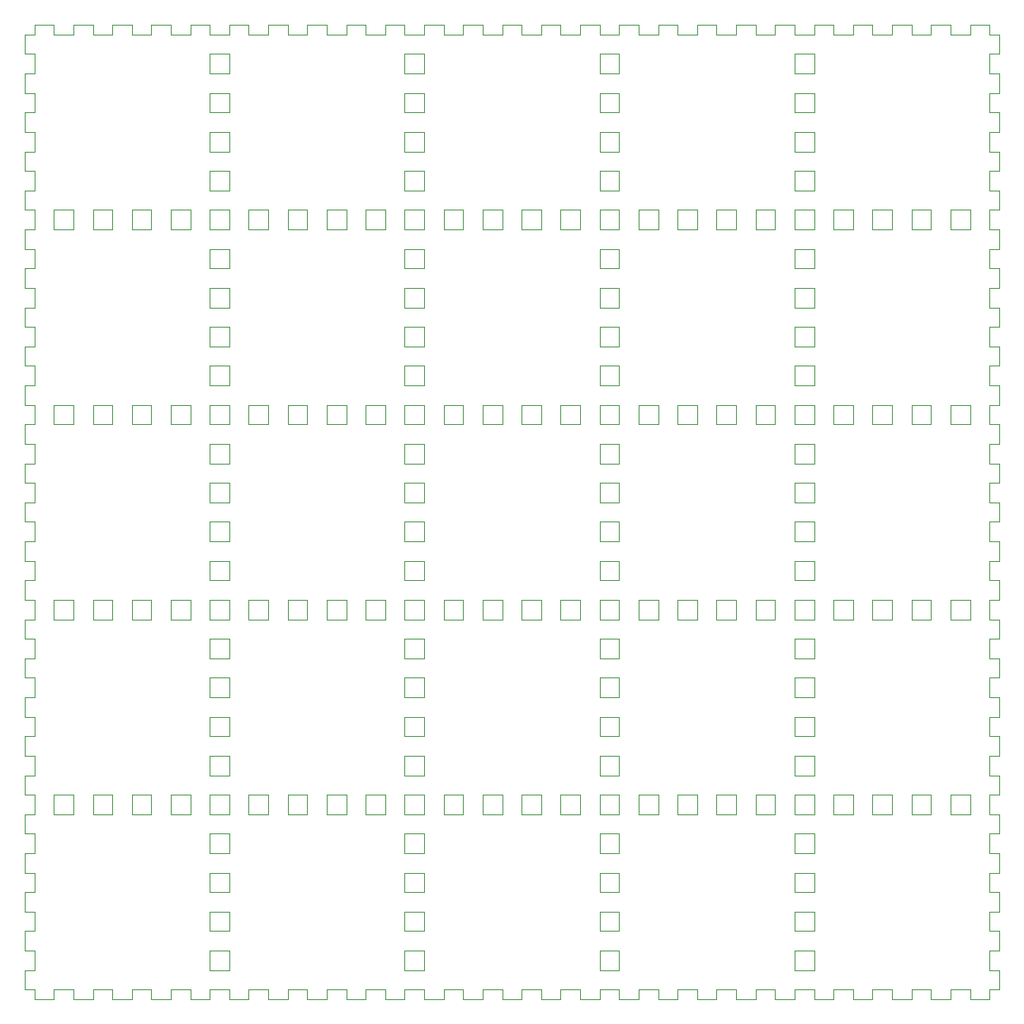
<source format=gbr>
%TF.GenerationSoftware,KiCad,Pcbnew,9.0.7*%
%TF.CreationDate,2026-02-12T20:02:34+01:00*%
%TF.ProjectId,PCB_Neopixel_rigid,5043425f-4e65-46f7-9069-78656c5f7269,rev?*%
%TF.SameCoordinates,Original*%
%TF.FileFunction,Profile,NP*%
%FSLAX46Y46*%
G04 Gerber Fmt 4.6, Leading zero omitted, Abs format (unit mm)*
G04 Created by KiCad (PCBNEW 9.0.7) date 2026-02-12 20:02:34*
%MOMM*%
%LPD*%
G01*
G04 APERTURE LIST*
%TA.AperFunction,Profile*%
%ADD10C,0.050000*%
%TD*%
G04 APERTURE END LIST*
D10*
X181000000Y-79000000D02*
X182000000Y-79000000D01*
X134000000Y-150000000D02*
X134000000Y-149000000D01*
X116000000Y-129000000D02*
X116000000Y-130000000D01*
X141000000Y-85000000D02*
X140000000Y-85000000D01*
X102000000Y-55000000D02*
X102000000Y-53000000D01*
X184000000Y-70000000D02*
X184000000Y-71000000D01*
X200000000Y-55000000D02*
X201000000Y-55000000D01*
X200000000Y-107000000D02*
X201000000Y-107000000D01*
X140000000Y-121000000D02*
X140000000Y-123000000D01*
X141000000Y-117000000D02*
X140000000Y-117000000D01*
X140000000Y-55000000D02*
X141000000Y-55000000D01*
X161000000Y-111000000D02*
X162000000Y-111000000D01*
X121000000Y-101000000D02*
X120000000Y-101000000D01*
X166000000Y-110000000D02*
X166000000Y-109000000D01*
X124000000Y-89000000D02*
X124000000Y-90000000D01*
X200000000Y-111000000D02*
X201000000Y-111000000D01*
X126000000Y-109000000D02*
X124000000Y-109000000D01*
X140000000Y-61000000D02*
X140000000Y-63000000D01*
X122000000Y-150000000D02*
X122000000Y-149000000D01*
X122000000Y-141000000D02*
X121000000Y-141000000D01*
X138000000Y-90000000D02*
X138000000Y-89000000D01*
X112000000Y-149000000D02*
X112000000Y-150000000D01*
X154000000Y-131000000D02*
X154000000Y-130000000D01*
X200000000Y-109000000D02*
X200000000Y-110000000D01*
X132000000Y-50000000D02*
X132000000Y-51000000D01*
X182000000Y-130000000D02*
X182000000Y-129000000D01*
X144000000Y-110000000D02*
X144000000Y-111000000D01*
X130000000Y-71000000D02*
X130000000Y-70000000D01*
X162000000Y-137000000D02*
X161000000Y-137000000D01*
X101000000Y-63000000D02*
X102000000Y-63000000D01*
X122000000Y-57000000D02*
X121000000Y-57000000D01*
X104000000Y-51000000D02*
X106000000Y-51000000D01*
X174000000Y-69000000D02*
X172000000Y-69000000D01*
X116000000Y-51000000D02*
X118000000Y-51000000D01*
X162000000Y-77000000D02*
X161000000Y-77000000D01*
X174000000Y-131000000D02*
X174000000Y-130000000D01*
X144000000Y-150000000D02*
X142000000Y-150000000D01*
X102000000Y-139000000D02*
X102000000Y-137000000D01*
X101000000Y-87000000D02*
X102000000Y-87000000D01*
X161000000Y-65000000D02*
X160000000Y-65000000D01*
X166000000Y-91000000D02*
X166000000Y-90000000D01*
X114000000Y-131000000D02*
X114000000Y-130000000D01*
X180000000Y-107000000D02*
X181000000Y-107000000D01*
X160000000Y-113000000D02*
X160000000Y-115000000D01*
X126000000Y-69000000D02*
X124000000Y-69000000D01*
X160000000Y-53000000D02*
X160000000Y-55000000D01*
X122000000Y-63000000D02*
X122000000Y-61000000D01*
X164000000Y-71000000D02*
X166000000Y-71000000D01*
X114000000Y-111000000D02*
X114000000Y-110000000D01*
X164000000Y-131000000D02*
X166000000Y-131000000D01*
X198000000Y-69000000D02*
X196000000Y-69000000D01*
X196000000Y-130000000D02*
X196000000Y-131000000D01*
X162000000Y-123000000D02*
X162000000Y-121000000D01*
X116000000Y-109000000D02*
X116000000Y-110000000D01*
X182000000Y-130000000D02*
X182000000Y-131000000D01*
X121000000Y-127000000D02*
X122000000Y-127000000D01*
X184000000Y-130000000D02*
X184000000Y-131000000D01*
X186000000Y-150000000D02*
X186000000Y-149000000D01*
X148000000Y-150000000D02*
X146000000Y-150000000D01*
X182000000Y-90000000D02*
X182000000Y-89000000D01*
X101000000Y-57000000D02*
X101000000Y-55000000D01*
X188000000Y-70000000D02*
X188000000Y-71000000D01*
X146000000Y-149000000D02*
X144000000Y-149000000D01*
X190000000Y-71000000D02*
X190000000Y-70000000D01*
X162000000Y-135000000D02*
X162000000Y-133000000D01*
X181000000Y-63000000D02*
X182000000Y-63000000D01*
X132000000Y-91000000D02*
X134000000Y-91000000D01*
X104000000Y-150000000D02*
X102000000Y-150000000D01*
X101000000Y-107000000D02*
X102000000Y-107000000D01*
X181000000Y-109000000D02*
X180000000Y-109000000D01*
X162000000Y-147000000D02*
X162000000Y-145000000D01*
X160000000Y-95000000D02*
X161000000Y-95000000D01*
X148000000Y-131000000D02*
X150000000Y-131000000D01*
X121000000Y-73000000D02*
X120000000Y-73000000D01*
X201000000Y-71000000D02*
X201000000Y-73000000D01*
X120000000Y-67000000D02*
X121000000Y-67000000D01*
X152000000Y-51000000D02*
X154000000Y-51000000D01*
X128000000Y-69000000D02*
X128000000Y-70000000D01*
X120000000Y-61000000D02*
X120000000Y-63000000D01*
X101000000Y-119000000D02*
X102000000Y-119000000D01*
X180000000Y-115000000D02*
X181000000Y-115000000D01*
X180000000Y-117000000D02*
X180000000Y-119000000D01*
X142000000Y-129000000D02*
X141000000Y-129000000D01*
X178000000Y-69000000D02*
X176000000Y-69000000D01*
X121000000Y-87000000D02*
X122000000Y-87000000D01*
X182000000Y-61000000D02*
X181000000Y-61000000D01*
X121000000Y-61000000D02*
X120000000Y-61000000D01*
X132000000Y-131000000D02*
X134000000Y-131000000D01*
X154000000Y-91000000D02*
X154000000Y-90000000D01*
X121000000Y-135000000D02*
X122000000Y-135000000D01*
X110000000Y-91000000D02*
X110000000Y-90000000D01*
X102000000Y-119000000D02*
X102000000Y-117000000D01*
X200000000Y-51000000D02*
X201000000Y-51000000D01*
X102000000Y-137000000D02*
X101000000Y-137000000D01*
X121000000Y-67000000D02*
X122000000Y-67000000D01*
X166000000Y-71000000D02*
X166000000Y-70000000D01*
X102000000Y-147000000D02*
X102000000Y-145000000D01*
X181000000Y-61000000D02*
X180000000Y-61000000D01*
X160000000Y-111000000D02*
X161000000Y-111000000D01*
X134000000Y-89000000D02*
X132000000Y-89000000D01*
X201000000Y-79000000D02*
X201000000Y-81000000D01*
X134000000Y-69000000D02*
X132000000Y-69000000D01*
X118000000Y-50000000D02*
X120000000Y-50000000D01*
X160000000Y-83000000D02*
X161000000Y-83000000D01*
X102000000Y-53000000D02*
X101000000Y-53000000D01*
X120000000Y-77000000D02*
X120000000Y-79000000D01*
X186000000Y-130000000D02*
X186000000Y-129000000D01*
X150000000Y-149000000D02*
X148000000Y-149000000D01*
X158000000Y-90000000D02*
X158000000Y-89000000D01*
X140000000Y-65000000D02*
X140000000Y-67000000D01*
X122000000Y-89000000D02*
X121000000Y-89000000D01*
X188000000Y-149000000D02*
X188000000Y-150000000D01*
X186000000Y-111000000D02*
X186000000Y-110000000D01*
X142000000Y-97000000D02*
X141000000Y-97000000D01*
X116000000Y-130000000D02*
X116000000Y-131000000D01*
X168000000Y-70000000D02*
X168000000Y-71000000D01*
X181000000Y-103000000D02*
X182000000Y-103000000D01*
X110000000Y-131000000D02*
X110000000Y-130000000D01*
X122000000Y-135000000D02*
X122000000Y-133000000D01*
X101000000Y-135000000D02*
X102000000Y-135000000D01*
X170000000Y-109000000D02*
X168000000Y-109000000D01*
X180000000Y-67000000D02*
X181000000Y-67000000D01*
X136000000Y-149000000D02*
X136000000Y-150000000D01*
X180000000Y-143000000D02*
X181000000Y-143000000D01*
X181000000Y-55000000D02*
X182000000Y-55000000D01*
X142000000Y-113000000D02*
X141000000Y-113000000D01*
X112000000Y-51000000D02*
X114000000Y-51000000D01*
X148000000Y-149000000D02*
X148000000Y-150000000D01*
X160000000Y-90000000D02*
X160000000Y-91000000D01*
X152000000Y-89000000D02*
X152000000Y-90000000D01*
X101000000Y-97000000D02*
X101000000Y-95000000D01*
X190000000Y-111000000D02*
X190000000Y-110000000D01*
X126000000Y-89000000D02*
X124000000Y-89000000D01*
X188000000Y-91000000D02*
X190000000Y-91000000D01*
X160000000Y-147000000D02*
X161000000Y-147000000D01*
X122000000Y-73000000D02*
X121000000Y-73000000D01*
X101000000Y-109000000D02*
X101000000Y-107000000D01*
X181000000Y-121000000D02*
X180000000Y-121000000D01*
X141000000Y-65000000D02*
X140000000Y-65000000D01*
X114000000Y-69000000D02*
X112000000Y-69000000D01*
X112000000Y-131000000D02*
X114000000Y-131000000D01*
X146000000Y-130000000D02*
X146000000Y-129000000D01*
X142000000Y-75000000D02*
X142000000Y-73000000D01*
X190000000Y-150000000D02*
X190000000Y-149000000D01*
X110000000Y-150000000D02*
X110000000Y-149000000D01*
X174000000Y-130000000D02*
X174000000Y-129000000D01*
X118000000Y-69000000D02*
X116000000Y-69000000D01*
X102000000Y-117000000D02*
X101000000Y-117000000D01*
X160000000Y-51000000D02*
X161000000Y-51000000D01*
X102000000Y-145000000D02*
X101000000Y-145000000D01*
X161000000Y-127000000D02*
X162000000Y-127000000D01*
X141000000Y-73000000D02*
X140000000Y-73000000D01*
X170000000Y-149000000D02*
X168000000Y-149000000D01*
X172000000Y-109000000D02*
X172000000Y-110000000D01*
X114000000Y-70000000D02*
X114000000Y-69000000D01*
X168000000Y-109000000D02*
X168000000Y-110000000D01*
X121000000Y-125000000D02*
X120000000Y-125000000D01*
X152000000Y-90000000D02*
X152000000Y-91000000D01*
X180000000Y-110000000D02*
X180000000Y-111000000D01*
X180000000Y-121000000D02*
X180000000Y-123000000D01*
X141000000Y-121000000D02*
X140000000Y-121000000D01*
X112000000Y-69000000D02*
X112000000Y-70000000D01*
X130000000Y-51000000D02*
X130000000Y-50000000D01*
X184000000Y-91000000D02*
X186000000Y-91000000D01*
X192000000Y-69000000D02*
X192000000Y-70000000D01*
X108000000Y-111000000D02*
X110000000Y-111000000D01*
X161000000Y-51000000D02*
X162000000Y-51000000D01*
X166000000Y-51000000D02*
X166000000Y-50000000D01*
X162000000Y-149000000D02*
X161000000Y-149000000D01*
X101000000Y-123000000D02*
X102000000Y-123000000D01*
X140000000Y-135000000D02*
X141000000Y-135000000D01*
X101000000Y-95000000D02*
X102000000Y-95000000D01*
X144000000Y-71000000D02*
X146000000Y-71000000D01*
X136000000Y-71000000D02*
X138000000Y-71000000D01*
X122000000Y-109000000D02*
X121000000Y-109000000D01*
X102000000Y-57000000D02*
X101000000Y-57000000D01*
X158000000Y-129000000D02*
X156000000Y-129000000D01*
X161000000Y-97000000D02*
X160000000Y-97000000D01*
X156000000Y-111000000D02*
X158000000Y-111000000D01*
X162000000Y-87000000D02*
X162000000Y-85000000D01*
X160000000Y-125000000D02*
X160000000Y-127000000D01*
X190000000Y-50000000D02*
X192000000Y-50000000D01*
X188000000Y-89000000D02*
X188000000Y-90000000D01*
X152000000Y-130000000D02*
X152000000Y-131000000D01*
X190000000Y-91000000D02*
X190000000Y-90000000D01*
X120000000Y-63000000D02*
X121000000Y-63000000D01*
X201000000Y-67000000D02*
X201000000Y-69000000D01*
X142000000Y-127000000D02*
X142000000Y-125000000D01*
X120000000Y-113000000D02*
X120000000Y-115000000D01*
X168000000Y-130000000D02*
X168000000Y-131000000D01*
X142000000Y-115000000D02*
X142000000Y-113000000D01*
X161000000Y-75000000D02*
X162000000Y-75000000D01*
X108000000Y-50000000D02*
X108000000Y-51000000D01*
X166000000Y-89000000D02*
X164000000Y-89000000D01*
X120000000Y-127000000D02*
X121000000Y-127000000D01*
X192000000Y-71000000D02*
X194000000Y-71000000D01*
X122000000Y-50000000D02*
X124000000Y-50000000D01*
X140000000Y-111000000D02*
X141000000Y-111000000D01*
X122000000Y-90000000D02*
X122000000Y-91000000D01*
X130000000Y-150000000D02*
X130000000Y-149000000D01*
X148000000Y-90000000D02*
X148000000Y-91000000D01*
X124000000Y-70000000D02*
X124000000Y-71000000D01*
X164000000Y-129000000D02*
X164000000Y-130000000D01*
X181000000Y-135000000D02*
X182000000Y-135000000D01*
X121000000Y-105000000D02*
X120000000Y-105000000D01*
X102000000Y-95000000D02*
X102000000Y-93000000D01*
X172000000Y-69000000D02*
X172000000Y-70000000D01*
X130000000Y-90000000D02*
X130000000Y-89000000D01*
X120000000Y-51000000D02*
X121000000Y-51000000D01*
X120000000Y-103000000D02*
X121000000Y-103000000D01*
X102000000Y-63000000D02*
X102000000Y-61000000D01*
X201000000Y-143000000D02*
X201000000Y-145000000D01*
X114000000Y-150000000D02*
X114000000Y-149000000D01*
X146000000Y-109000000D02*
X144000000Y-109000000D01*
X146000000Y-129000000D02*
X144000000Y-129000000D01*
X176000000Y-71000000D02*
X178000000Y-71000000D01*
X120000000Y-71000000D02*
X121000000Y-71000000D01*
X154000000Y-150000000D02*
X154000000Y-149000000D01*
X101000000Y-105000000D02*
X101000000Y-103000000D01*
X112000000Y-89000000D02*
X112000000Y-90000000D01*
X138000000Y-111000000D02*
X138000000Y-110000000D01*
X160000000Y-77000000D02*
X160000000Y-79000000D01*
X161000000Y-89000000D02*
X160000000Y-89000000D01*
X121000000Y-89000000D02*
X120000000Y-89000000D01*
X160000000Y-93000000D02*
X160000000Y-95000000D01*
X140000000Y-97000000D02*
X140000000Y-99000000D01*
X161000000Y-93000000D02*
X160000000Y-93000000D01*
X162000000Y-81000000D02*
X161000000Y-81000000D01*
X122000000Y-95000000D02*
X122000000Y-93000000D01*
X136000000Y-130000000D02*
X136000000Y-131000000D01*
X201000000Y-127000000D02*
X201000000Y-129000000D01*
X184000000Y-111000000D02*
X186000000Y-111000000D01*
X112000000Y-90000000D02*
X112000000Y-91000000D01*
X101000000Y-113000000D02*
X101000000Y-111000000D01*
X146000000Y-110000000D02*
X146000000Y-109000000D01*
X134000000Y-110000000D02*
X134000000Y-109000000D01*
X158000000Y-50000000D02*
X160000000Y-50000000D01*
X182000000Y-70000000D02*
X182000000Y-71000000D01*
X102000000Y-133000000D02*
X101000000Y-133000000D01*
X200000000Y-65000000D02*
X200000000Y-67000000D01*
X142000000Y-73000000D02*
X141000000Y-73000000D01*
X132000000Y-71000000D02*
X134000000Y-71000000D01*
X141000000Y-143000000D02*
X142000000Y-143000000D01*
X161000000Y-55000000D02*
X162000000Y-55000000D01*
X140000000Y-117000000D02*
X140000000Y-119000000D01*
X181000000Y-127000000D02*
X182000000Y-127000000D01*
X120000000Y-50000000D02*
X120000000Y-51000000D01*
X108000000Y-131000000D02*
X110000000Y-131000000D01*
X158000000Y-150000000D02*
X158000000Y-149000000D01*
X201000000Y-125000000D02*
X200000000Y-125000000D01*
X180000000Y-91000000D02*
X181000000Y-91000000D01*
X144000000Y-109000000D02*
X144000000Y-110000000D01*
X180000000Y-113000000D02*
X180000000Y-115000000D01*
X122000000Y-113000000D02*
X121000000Y-113000000D01*
X126000000Y-70000000D02*
X126000000Y-69000000D01*
X160000000Y-89000000D02*
X160000000Y-90000000D01*
X190000000Y-131000000D02*
X190000000Y-130000000D01*
X102000000Y-69000000D02*
X101000000Y-69000000D01*
X164000000Y-89000000D02*
X164000000Y-90000000D01*
X182000000Y-75000000D02*
X182000000Y-73000000D01*
X142000000Y-83000000D02*
X142000000Y-81000000D01*
X170000000Y-131000000D02*
X170000000Y-130000000D01*
X178000000Y-90000000D02*
X178000000Y-89000000D01*
X142000000Y-79000000D02*
X142000000Y-77000000D01*
X182000000Y-107000000D02*
X182000000Y-105000000D01*
X201000000Y-119000000D02*
X201000000Y-121000000D01*
X142000000Y-135000000D02*
X142000000Y-133000000D01*
X156000000Y-50000000D02*
X156000000Y-51000000D01*
X176000000Y-89000000D02*
X176000000Y-90000000D01*
X102000000Y-70000000D02*
X102000000Y-71000000D01*
X178000000Y-71000000D02*
X178000000Y-70000000D01*
X108000000Y-130000000D02*
X108000000Y-131000000D01*
X160000000Y-127000000D02*
X161000000Y-127000000D01*
X121000000Y-137000000D02*
X120000000Y-137000000D01*
X156000000Y-70000000D02*
X156000000Y-71000000D01*
X162000000Y-83000000D02*
X162000000Y-81000000D01*
X126000000Y-91000000D02*
X126000000Y-90000000D01*
X140000000Y-59000000D02*
X141000000Y-59000000D01*
X176000000Y-130000000D02*
X176000000Y-131000000D01*
X101000000Y-79000000D02*
X102000000Y-79000000D01*
X124000000Y-69000000D02*
X124000000Y-70000000D01*
X101000000Y-83000000D02*
X102000000Y-83000000D01*
X140000000Y-75000000D02*
X141000000Y-75000000D01*
X162000000Y-57000000D02*
X161000000Y-57000000D01*
X152000000Y-111000000D02*
X154000000Y-111000000D01*
X190000000Y-89000000D02*
X188000000Y-89000000D01*
X114000000Y-110000000D02*
X114000000Y-109000000D01*
X120000000Y-91000000D02*
X121000000Y-91000000D01*
X148000000Y-89000000D02*
X148000000Y-90000000D01*
X181000000Y-65000000D02*
X180000000Y-65000000D01*
X121000000Y-147000000D02*
X122000000Y-147000000D01*
X136000000Y-70000000D02*
X136000000Y-71000000D01*
X101000000Y-55000000D02*
X102000000Y-55000000D01*
X200000000Y-113000000D02*
X200000000Y-115000000D01*
X142000000Y-99000000D02*
X142000000Y-97000000D01*
X160000000Y-71000000D02*
X161000000Y-71000000D01*
X102000000Y-90000000D02*
X102000000Y-89000000D01*
X121000000Y-111000000D02*
X122000000Y-111000000D01*
X120000000Y-145000000D02*
X120000000Y-147000000D01*
X101000000Y-117000000D02*
X101000000Y-115000000D01*
X108000000Y-149000000D02*
X108000000Y-150000000D01*
X120000000Y-131000000D02*
X121000000Y-131000000D01*
X160000000Y-133000000D02*
X160000000Y-135000000D01*
X120000000Y-53000000D02*
X120000000Y-55000000D01*
X188000000Y-131000000D02*
X190000000Y-131000000D01*
X178000000Y-89000000D02*
X176000000Y-89000000D01*
X200000000Y-129000000D02*
X200000000Y-130000000D01*
X128000000Y-70000000D02*
X128000000Y-71000000D01*
X162000000Y-150000000D02*
X162000000Y-149000000D01*
X128000000Y-131000000D02*
X130000000Y-131000000D01*
X141000000Y-149000000D02*
X140000000Y-149000000D01*
X180000000Y-99000000D02*
X181000000Y-99000000D01*
X141000000Y-111000000D02*
X142000000Y-111000000D01*
X134000000Y-111000000D02*
X134000000Y-110000000D01*
X188000000Y-129000000D02*
X188000000Y-130000000D01*
X181000000Y-71000000D02*
X182000000Y-71000000D01*
X134000000Y-70000000D02*
X134000000Y-69000000D01*
X161000000Y-143000000D02*
X162000000Y-143000000D01*
X121000000Y-113000000D02*
X120000000Y-113000000D01*
X120000000Y-107000000D02*
X121000000Y-107000000D01*
X198000000Y-71000000D02*
X198000000Y-70000000D01*
X126000000Y-131000000D02*
X126000000Y-130000000D01*
X140000000Y-119000000D02*
X141000000Y-119000000D01*
X102000000Y-67000000D02*
X102000000Y-65000000D01*
X174000000Y-91000000D02*
X174000000Y-90000000D01*
X108000000Y-90000000D02*
X108000000Y-91000000D01*
X194000000Y-149000000D02*
X192000000Y-149000000D01*
X124000000Y-110000000D02*
X124000000Y-111000000D01*
X120000000Y-111000000D02*
X121000000Y-111000000D01*
X128000000Y-130000000D02*
X128000000Y-131000000D01*
X161000000Y-135000000D02*
X162000000Y-135000000D01*
X122000000Y-107000000D02*
X122000000Y-105000000D01*
X172000000Y-130000000D02*
X172000000Y-131000000D01*
X140000000Y-83000000D02*
X141000000Y-83000000D01*
X180000000Y-93000000D02*
X180000000Y-95000000D01*
X116000000Y-149000000D02*
X116000000Y-150000000D01*
X196000000Y-51000000D02*
X198000000Y-51000000D01*
X188000000Y-130000000D02*
X188000000Y-131000000D01*
X166000000Y-69000000D02*
X164000000Y-69000000D01*
X108000000Y-110000000D02*
X108000000Y-111000000D01*
X162000000Y-143000000D02*
X162000000Y-141000000D01*
X161000000Y-53000000D02*
X160000000Y-53000000D01*
X201000000Y-75000000D02*
X201000000Y-77000000D01*
X178000000Y-50000000D02*
X180000000Y-50000000D01*
X162000000Y-95000000D02*
X162000000Y-93000000D01*
X136000000Y-150000000D02*
X134000000Y-150000000D01*
X162000000Y-103000000D02*
X162000000Y-101000000D01*
X104000000Y-91000000D02*
X106000000Y-91000000D01*
X156000000Y-51000000D02*
X158000000Y-51000000D01*
X146000000Y-111000000D02*
X146000000Y-110000000D01*
X116000000Y-50000000D02*
X116000000Y-51000000D01*
X168000000Y-69000000D02*
X168000000Y-70000000D01*
X104000000Y-89000000D02*
X104000000Y-90000000D01*
X181000000Y-129000000D02*
X180000000Y-129000000D01*
X126000000Y-130000000D02*
X126000000Y-129000000D01*
X104000000Y-71000000D02*
X106000000Y-71000000D01*
X178000000Y-131000000D02*
X178000000Y-130000000D01*
X161000000Y-147000000D02*
X162000000Y-147000000D01*
X168000000Y-131000000D02*
X170000000Y-131000000D01*
X198000000Y-50000000D02*
X200000000Y-50000000D01*
X121000000Y-139000000D02*
X122000000Y-139000000D01*
X150000000Y-51000000D02*
X150000000Y-50000000D01*
X120000000Y-129000000D02*
X120000000Y-130000000D01*
X126000000Y-111000000D02*
X126000000Y-110000000D01*
X184000000Y-129000000D02*
X184000000Y-130000000D01*
X136000000Y-129000000D02*
X136000000Y-130000000D01*
X102000000Y-121000000D02*
X101000000Y-121000000D01*
X170000000Y-129000000D02*
X168000000Y-129000000D01*
X130000000Y-131000000D02*
X130000000Y-130000000D01*
X118000000Y-111000000D02*
X118000000Y-110000000D01*
X168000000Y-50000000D02*
X168000000Y-51000000D01*
X192000000Y-50000000D02*
X192000000Y-51000000D01*
X142000000Y-61000000D02*
X141000000Y-61000000D01*
X182000000Y-77000000D02*
X181000000Y-77000000D01*
X136000000Y-111000000D02*
X138000000Y-111000000D01*
X196000000Y-50000000D02*
X196000000Y-51000000D01*
X180000000Y-55000000D02*
X181000000Y-55000000D01*
X101000000Y-125000000D02*
X101000000Y-123000000D01*
X110000000Y-149000000D02*
X108000000Y-149000000D01*
X181000000Y-75000000D02*
X182000000Y-75000000D01*
X200000000Y-85000000D02*
X200000000Y-87000000D01*
X160000000Y-69000000D02*
X160000000Y-70000000D01*
X134000000Y-130000000D02*
X134000000Y-129000000D01*
X166000000Y-109000000D02*
X164000000Y-109000000D01*
X114000000Y-50000000D02*
X116000000Y-50000000D01*
X101000000Y-59000000D02*
X102000000Y-59000000D01*
X128000000Y-110000000D02*
X128000000Y-111000000D01*
X172000000Y-71000000D02*
X174000000Y-71000000D01*
X142000000Y-143000000D02*
X142000000Y-141000000D01*
X166000000Y-131000000D02*
X166000000Y-130000000D01*
X182000000Y-147000000D02*
X182000000Y-145000000D01*
X192000000Y-150000000D02*
X190000000Y-150000000D01*
X121000000Y-65000000D02*
X120000000Y-65000000D01*
X122000000Y-70000000D02*
X122000000Y-71000000D01*
X106000000Y-70000000D02*
X106000000Y-69000000D01*
X140000000Y-105000000D02*
X140000000Y-107000000D01*
X142000000Y-53000000D02*
X141000000Y-53000000D01*
X194000000Y-89000000D02*
X192000000Y-89000000D01*
X141000000Y-135000000D02*
X142000000Y-135000000D01*
X118000000Y-89000000D02*
X116000000Y-89000000D01*
X106000000Y-90000000D02*
X106000000Y-89000000D01*
X180000000Y-111000000D02*
X181000000Y-111000000D01*
X101000000Y-141000000D02*
X101000000Y-139000000D01*
X201000000Y-99000000D02*
X201000000Y-101000000D01*
X194000000Y-50000000D02*
X196000000Y-50000000D01*
X122000000Y-93000000D02*
X121000000Y-93000000D01*
X198000000Y-111000000D02*
X198000000Y-110000000D01*
X152000000Y-91000000D02*
X154000000Y-91000000D01*
X166000000Y-129000000D02*
X164000000Y-129000000D01*
X140000000Y-79000000D02*
X141000000Y-79000000D01*
X170000000Y-150000000D02*
X170000000Y-149000000D01*
X121000000Y-91000000D02*
X122000000Y-91000000D01*
X201000000Y-103000000D02*
X201000000Y-105000000D01*
X180000000Y-63000000D02*
X181000000Y-63000000D01*
X156000000Y-90000000D02*
X156000000Y-91000000D01*
X182000000Y-95000000D02*
X182000000Y-93000000D01*
X196000000Y-150000000D02*
X194000000Y-150000000D01*
X161000000Y-61000000D02*
X160000000Y-61000000D01*
X160000000Y-150000000D02*
X158000000Y-150000000D01*
X120000000Y-73000000D02*
X120000000Y-75000000D01*
X120000000Y-137000000D02*
X120000000Y-139000000D01*
X181000000Y-53000000D02*
X180000000Y-53000000D01*
X180000000Y-57000000D02*
X180000000Y-59000000D01*
X170000000Y-71000000D02*
X170000000Y-70000000D01*
X182000000Y-133000000D02*
X181000000Y-133000000D01*
X160000000Y-50000000D02*
X160000000Y-51000000D01*
X154000000Y-109000000D02*
X152000000Y-109000000D01*
X180000000Y-123000000D02*
X181000000Y-123000000D01*
X140000000Y-110000000D02*
X140000000Y-111000000D01*
X190000000Y-130000000D02*
X190000000Y-129000000D01*
X200000000Y-121000000D02*
X200000000Y-123000000D01*
X161000000Y-73000000D02*
X160000000Y-73000000D01*
X140000000Y-141000000D02*
X140000000Y-143000000D01*
X141000000Y-125000000D02*
X140000000Y-125000000D01*
X128000000Y-89000000D02*
X128000000Y-90000000D01*
X172000000Y-110000000D02*
X172000000Y-111000000D01*
X101000000Y-133000000D02*
X101000000Y-131000000D01*
X121000000Y-53000000D02*
X120000000Y-53000000D01*
X182000000Y-121000000D02*
X181000000Y-121000000D01*
X200000000Y-67000000D02*
X201000000Y-67000000D01*
X200000000Y-131000000D02*
X201000000Y-131000000D01*
X181000000Y-99000000D02*
X182000000Y-99000000D01*
X181000000Y-145000000D02*
X180000000Y-145000000D01*
X180000000Y-145000000D02*
X180000000Y-147000000D01*
X146000000Y-90000000D02*
X146000000Y-89000000D01*
X200000000Y-50000000D02*
X200000000Y-51000000D01*
X121000000Y-143000000D02*
X122000000Y-143000000D01*
X161000000Y-69000000D02*
X160000000Y-69000000D01*
X146000000Y-50000000D02*
X148000000Y-50000000D01*
X188000000Y-71000000D02*
X190000000Y-71000000D01*
X142000000Y-105000000D02*
X141000000Y-105000000D01*
X200000000Y-77000000D02*
X200000000Y-79000000D01*
X121000000Y-131000000D02*
X122000000Y-131000000D01*
X164000000Y-111000000D02*
X166000000Y-111000000D01*
X160000000Y-91000000D02*
X161000000Y-91000000D01*
X102000000Y-130000000D02*
X102000000Y-129000000D01*
X198000000Y-90000000D02*
X198000000Y-89000000D01*
X122000000Y-67000000D02*
X122000000Y-65000000D01*
X142000000Y-90000000D02*
X142000000Y-89000000D01*
X152000000Y-50000000D02*
X152000000Y-51000000D01*
X141000000Y-81000000D02*
X140000000Y-81000000D01*
X141000000Y-91000000D02*
X142000000Y-91000000D01*
X194000000Y-91000000D02*
X194000000Y-90000000D01*
X116000000Y-69000000D02*
X116000000Y-70000000D01*
X200000000Y-69000000D02*
X200000000Y-70000000D01*
X162000000Y-121000000D02*
X161000000Y-121000000D01*
X181000000Y-67000000D02*
X182000000Y-67000000D01*
X116000000Y-90000000D02*
X116000000Y-91000000D01*
X164000000Y-69000000D02*
X164000000Y-70000000D01*
X181000000Y-85000000D02*
X180000000Y-85000000D01*
X142000000Y-137000000D02*
X141000000Y-137000000D01*
X140000000Y-145000000D02*
X140000000Y-147000000D01*
X162000000Y-129000000D02*
X161000000Y-129000000D01*
X164000000Y-130000000D02*
X164000000Y-131000000D01*
X174000000Y-149000000D02*
X172000000Y-149000000D01*
X182000000Y-105000000D02*
X181000000Y-105000000D01*
X118000000Y-91000000D02*
X118000000Y-90000000D01*
X121000000Y-109000000D02*
X120000000Y-109000000D01*
X142000000Y-85000000D02*
X141000000Y-85000000D01*
X182000000Y-67000000D02*
X182000000Y-65000000D01*
X130000000Y-69000000D02*
X128000000Y-69000000D01*
X128000000Y-150000000D02*
X126000000Y-150000000D01*
X181000000Y-77000000D02*
X180000000Y-77000000D01*
X116000000Y-91000000D02*
X118000000Y-91000000D01*
X116000000Y-70000000D02*
X116000000Y-71000000D01*
X118000000Y-90000000D02*
X118000000Y-89000000D01*
X161000000Y-123000000D02*
X162000000Y-123000000D01*
X161000000Y-67000000D02*
X162000000Y-67000000D01*
X170000000Y-69000000D02*
X168000000Y-69000000D01*
X188000000Y-150000000D02*
X186000000Y-150000000D01*
X101000000Y-139000000D02*
X102000000Y-139000000D01*
X172000000Y-51000000D02*
X174000000Y-51000000D01*
X182000000Y-103000000D02*
X182000000Y-101000000D01*
X102000000Y-83000000D02*
X102000000Y-81000000D01*
X200000000Y-105000000D02*
X200000000Y-107000000D01*
X180000000Y-90000000D02*
X180000000Y-91000000D01*
X132000000Y-69000000D02*
X132000000Y-70000000D01*
X186000000Y-149000000D02*
X184000000Y-149000000D01*
X140000000Y-50000000D02*
X140000000Y-51000000D01*
X162000000Y-70000000D02*
X162000000Y-71000000D01*
X182000000Y-53000000D02*
X181000000Y-53000000D01*
X180000000Y-75000000D02*
X181000000Y-75000000D01*
X121000000Y-63000000D02*
X122000000Y-63000000D01*
X142000000Y-149000000D02*
X141000000Y-149000000D01*
X201000000Y-65000000D02*
X200000000Y-65000000D01*
X108000000Y-51000000D02*
X110000000Y-51000000D01*
X121000000Y-81000000D02*
X120000000Y-81000000D01*
X138000000Y-71000000D02*
X138000000Y-70000000D01*
X140000000Y-81000000D02*
X140000000Y-83000000D01*
X182000000Y-57000000D02*
X181000000Y-57000000D01*
X112000000Y-50000000D02*
X112000000Y-51000000D01*
X141000000Y-83000000D02*
X142000000Y-83000000D01*
X141000000Y-123000000D02*
X142000000Y-123000000D01*
X121000000Y-115000000D02*
X122000000Y-115000000D01*
X182000000Y-143000000D02*
X182000000Y-141000000D01*
X162000000Y-141000000D02*
X161000000Y-141000000D01*
X102000000Y-85000000D02*
X101000000Y-85000000D01*
X102000000Y-125000000D02*
X101000000Y-125000000D01*
X148000000Y-50000000D02*
X148000000Y-51000000D01*
X138000000Y-109000000D02*
X136000000Y-109000000D01*
X126000000Y-110000000D02*
X126000000Y-109000000D01*
X184000000Y-89000000D02*
X184000000Y-90000000D01*
X140000000Y-137000000D02*
X140000000Y-139000000D01*
X181000000Y-107000000D02*
X182000000Y-107000000D01*
X120000000Y-110000000D02*
X120000000Y-111000000D01*
X156000000Y-149000000D02*
X156000000Y-150000000D01*
X186000000Y-71000000D02*
X186000000Y-70000000D01*
X201000000Y-83000000D02*
X201000000Y-85000000D01*
X161000000Y-131000000D02*
X162000000Y-131000000D01*
X124000000Y-130000000D02*
X124000000Y-131000000D01*
X201000000Y-85000000D02*
X200000000Y-85000000D01*
X140000000Y-63000000D02*
X141000000Y-63000000D01*
X142000000Y-145000000D02*
X141000000Y-145000000D01*
X132000000Y-130000000D02*
X132000000Y-131000000D01*
X170000000Y-91000000D02*
X170000000Y-90000000D01*
X136000000Y-50000000D02*
X136000000Y-51000000D01*
X198000000Y-51000000D02*
X198000000Y-50000000D01*
X178000000Y-110000000D02*
X178000000Y-109000000D01*
X156000000Y-129000000D02*
X156000000Y-130000000D01*
X160000000Y-121000000D02*
X160000000Y-123000000D01*
X158000000Y-89000000D02*
X156000000Y-89000000D01*
X102000000Y-79000000D02*
X102000000Y-77000000D01*
X180000000Y-51000000D02*
X181000000Y-51000000D01*
X130000000Y-110000000D02*
X130000000Y-109000000D01*
X114000000Y-91000000D02*
X114000000Y-90000000D01*
X170000000Y-89000000D02*
X168000000Y-89000000D01*
X138000000Y-91000000D02*
X138000000Y-90000000D01*
X141000000Y-101000000D02*
X140000000Y-101000000D01*
X176000000Y-149000000D02*
X176000000Y-150000000D01*
X162000000Y-139000000D02*
X162000000Y-137000000D01*
X181000000Y-123000000D02*
X182000000Y-123000000D01*
X104000000Y-69000000D02*
X104000000Y-70000000D01*
X110000000Y-130000000D02*
X110000000Y-129000000D01*
X200000000Y-145000000D02*
X200000000Y-147000000D01*
X170000000Y-50000000D02*
X172000000Y-50000000D01*
X120000000Y-93000000D02*
X120000000Y-95000000D01*
X121000000Y-59000000D02*
X122000000Y-59000000D01*
X142000000Y-103000000D02*
X142000000Y-101000000D01*
X161000000Y-71000000D02*
X162000000Y-71000000D01*
X141000000Y-131000000D02*
X142000000Y-131000000D01*
X144000000Y-50000000D02*
X144000000Y-51000000D01*
X144000000Y-70000000D02*
X144000000Y-71000000D01*
X196000000Y-149000000D02*
X196000000Y-150000000D01*
X176000000Y-131000000D02*
X178000000Y-131000000D01*
X162000000Y-115000000D02*
X162000000Y-113000000D01*
X201000000Y-95000000D02*
X201000000Y-97000000D01*
X141000000Y-129000000D02*
X140000000Y-129000000D01*
X181000000Y-91000000D02*
X182000000Y-91000000D01*
X142000000Y-65000000D02*
X141000000Y-65000000D01*
X190000000Y-149000000D02*
X188000000Y-149000000D01*
X180000000Y-131000000D02*
X181000000Y-131000000D01*
X120000000Y-59000000D02*
X121000000Y-59000000D01*
X186000000Y-110000000D02*
X186000000Y-109000000D01*
X161000000Y-115000000D02*
X162000000Y-115000000D01*
X200000000Y-81000000D02*
X200000000Y-83000000D01*
X142000000Y-67000000D02*
X142000000Y-65000000D01*
X188000000Y-51000000D02*
X190000000Y-51000000D01*
X102000000Y-99000000D02*
X102000000Y-97000000D01*
X141000000Y-51000000D02*
X142000000Y-51000000D01*
X152000000Y-129000000D02*
X152000000Y-130000000D01*
X120000000Y-89000000D02*
X120000000Y-90000000D01*
X181000000Y-111000000D02*
X182000000Y-111000000D01*
X124000000Y-131000000D02*
X126000000Y-131000000D01*
X176000000Y-90000000D02*
X176000000Y-91000000D01*
X201000000Y-73000000D02*
X200000000Y-73000000D01*
X184000000Y-90000000D02*
X184000000Y-91000000D01*
X126000000Y-51000000D02*
X126000000Y-50000000D01*
X201000000Y-135000000D02*
X201000000Y-137000000D01*
X200000000Y-87000000D02*
X201000000Y-87000000D01*
X101000000Y-127000000D02*
X102000000Y-127000000D01*
X188000000Y-90000000D02*
X188000000Y-91000000D01*
X180000000Y-83000000D02*
X181000000Y-83000000D01*
X181000000Y-97000000D02*
X180000000Y-97000000D01*
X121000000Y-55000000D02*
X122000000Y-55000000D01*
X102000000Y-135000000D02*
X102000000Y-133000000D01*
X160000000Y-130000000D02*
X160000000Y-131000000D01*
X138000000Y-150000000D02*
X138000000Y-149000000D01*
X161000000Y-107000000D02*
X162000000Y-107000000D01*
X162000000Y-63000000D02*
X162000000Y-61000000D01*
X112000000Y-109000000D02*
X112000000Y-110000000D01*
X121000000Y-121000000D02*
X120000000Y-121000000D01*
X124000000Y-129000000D02*
X124000000Y-130000000D01*
X142000000Y-90000000D02*
X142000000Y-91000000D01*
X121000000Y-119000000D02*
X122000000Y-119000000D01*
X152000000Y-150000000D02*
X150000000Y-150000000D01*
X114000000Y-130000000D02*
X114000000Y-129000000D01*
X141000000Y-61000000D02*
X140000000Y-61000000D01*
X180000000Y-105000000D02*
X180000000Y-107000000D01*
X120000000Y-65000000D02*
X120000000Y-67000000D01*
X154000000Y-129000000D02*
X152000000Y-129000000D01*
X186000000Y-109000000D02*
X184000000Y-109000000D01*
X140000000Y-143000000D02*
X141000000Y-143000000D01*
X102000000Y-123000000D02*
X102000000Y-121000000D01*
X162000000Y-61000000D02*
X161000000Y-61000000D01*
X158000000Y-71000000D02*
X158000000Y-70000000D01*
X170000000Y-130000000D02*
X170000000Y-129000000D01*
X156000000Y-110000000D02*
X156000000Y-111000000D01*
X108000000Y-69000000D02*
X108000000Y-70000000D01*
X142000000Y-55000000D02*
X142000000Y-53000000D01*
X102000000Y-50000000D02*
X104000000Y-50000000D01*
X174000000Y-111000000D02*
X174000000Y-110000000D01*
X120000000Y-141000000D02*
X120000000Y-143000000D01*
X162000000Y-70000000D02*
X162000000Y-69000000D01*
X164000000Y-91000000D02*
X166000000Y-91000000D01*
X200000000Y-101000000D02*
X200000000Y-103000000D01*
X101000000Y-131000000D02*
X102000000Y-131000000D01*
X201000000Y-55000000D02*
X201000000Y-57000000D01*
X146000000Y-131000000D02*
X146000000Y-130000000D01*
X148000000Y-51000000D02*
X150000000Y-51000000D01*
X101000000Y-71000000D02*
X102000000Y-71000000D01*
X166000000Y-149000000D02*
X164000000Y-149000000D01*
X200000000Y-130000000D02*
X200000000Y-131000000D01*
X201000000Y-69000000D02*
X200000000Y-69000000D01*
X104000000Y-131000000D02*
X106000000Y-131000000D01*
X176000000Y-51000000D02*
X178000000Y-51000000D01*
X180000000Y-69000000D02*
X180000000Y-70000000D01*
X180000000Y-125000000D02*
X180000000Y-127000000D01*
X160000000Y-115000000D02*
X161000000Y-115000000D01*
X120000000Y-57000000D02*
X120000000Y-59000000D01*
X124000000Y-111000000D02*
X126000000Y-111000000D01*
X182000000Y-87000000D02*
X182000000Y-85000000D01*
X116000000Y-110000000D02*
X116000000Y-111000000D01*
X141000000Y-57000000D02*
X140000000Y-57000000D01*
X140000000Y-107000000D02*
X141000000Y-107000000D01*
X186000000Y-90000000D02*
X186000000Y-89000000D01*
X122000000Y-110000000D02*
X122000000Y-109000000D01*
X140000000Y-73000000D02*
X140000000Y-75000000D01*
X158000000Y-131000000D02*
X158000000Y-130000000D01*
X196000000Y-109000000D02*
X196000000Y-110000000D01*
X120000000Y-130000000D02*
X120000000Y-131000000D01*
X142000000Y-130000000D02*
X142000000Y-131000000D01*
X141000000Y-77000000D02*
X140000000Y-77000000D01*
X186000000Y-89000000D02*
X184000000Y-89000000D01*
X180000000Y-70000000D02*
X180000000Y-71000000D01*
X162000000Y-110000000D02*
X162000000Y-111000000D01*
X190000000Y-69000000D02*
X188000000Y-69000000D01*
X182000000Y-81000000D02*
X181000000Y-81000000D01*
X170000000Y-51000000D02*
X170000000Y-50000000D01*
X201000000Y-111000000D02*
X201000000Y-113000000D01*
X102000000Y-107000000D02*
X102000000Y-105000000D01*
X181000000Y-87000000D02*
X182000000Y-87000000D01*
X142000000Y-99000000D02*
X141000000Y-99000000D01*
X184000000Y-149000000D02*
X184000000Y-150000000D01*
X102000000Y-127000000D02*
X102000000Y-125000000D01*
X166000000Y-111000000D02*
X166000000Y-110000000D01*
X112000000Y-70000000D02*
X112000000Y-71000000D01*
X201000000Y-113000000D02*
X200000000Y-113000000D01*
X148000000Y-69000000D02*
X148000000Y-70000000D01*
X120000000Y-133000000D02*
X120000000Y-135000000D01*
X121000000Y-97000000D02*
X120000000Y-97000000D01*
X201000000Y-115000000D02*
X201000000Y-117000000D01*
X201000000Y-105000000D02*
X200000000Y-105000000D01*
X174000000Y-70000000D02*
X174000000Y-69000000D01*
X156000000Y-71000000D02*
X158000000Y-71000000D01*
X168000000Y-110000000D02*
X168000000Y-111000000D01*
X201000000Y-147000000D02*
X201000000Y-149000000D01*
X182000000Y-90000000D02*
X182000000Y-91000000D01*
X192000000Y-89000000D02*
X192000000Y-90000000D01*
X121000000Y-145000000D02*
X120000000Y-145000000D01*
X201000000Y-107000000D02*
X201000000Y-109000000D01*
X200000000Y-149000000D02*
X200000000Y-150000000D01*
X201000000Y-53000000D02*
X200000000Y-53000000D01*
X176000000Y-70000000D02*
X176000000Y-71000000D01*
X201000000Y-81000000D02*
X200000000Y-81000000D01*
X138000000Y-129000000D02*
X136000000Y-129000000D01*
X160000000Y-145000000D02*
X160000000Y-147000000D01*
X200000000Y-95000000D02*
X201000000Y-95000000D01*
X118000000Y-110000000D02*
X118000000Y-109000000D01*
X180000000Y-81000000D02*
X180000000Y-83000000D01*
X141000000Y-53000000D02*
X140000000Y-53000000D01*
X101000000Y-99000000D02*
X102000000Y-99000000D01*
X114000000Y-51000000D02*
X114000000Y-50000000D01*
X180000000Y-87000000D02*
X181000000Y-87000000D01*
X106000000Y-110000000D02*
X106000000Y-109000000D01*
X180000000Y-129000000D02*
X180000000Y-130000000D01*
X180000000Y-139000000D02*
X181000000Y-139000000D01*
X200000000Y-57000000D02*
X200000000Y-59000000D01*
X122000000Y-123000000D02*
X122000000Y-121000000D01*
X190000000Y-70000000D02*
X190000000Y-69000000D01*
X122000000Y-65000000D02*
X121000000Y-65000000D01*
X121000000Y-79000000D02*
X122000000Y-79000000D01*
X194000000Y-51000000D02*
X194000000Y-50000000D01*
X104000000Y-149000000D02*
X104000000Y-150000000D01*
X182000000Y-83000000D02*
X182000000Y-81000000D01*
X121000000Y-129000000D02*
X120000000Y-129000000D01*
X160000000Y-65000000D02*
X160000000Y-67000000D01*
X126000000Y-150000000D02*
X126000000Y-149000000D01*
X156000000Y-131000000D02*
X158000000Y-131000000D01*
X101000000Y-111000000D02*
X102000000Y-111000000D01*
X182000000Y-110000000D02*
X182000000Y-111000000D01*
X161000000Y-125000000D02*
X160000000Y-125000000D01*
X201000000Y-149000000D02*
X200000000Y-149000000D01*
X124000000Y-51000000D02*
X126000000Y-51000000D01*
X120000000Y-150000000D02*
X118000000Y-150000000D01*
X201000000Y-57000000D02*
X200000000Y-57000000D01*
X102000000Y-81000000D02*
X101000000Y-81000000D01*
X148000000Y-129000000D02*
X148000000Y-130000000D01*
X122000000Y-139000000D02*
X122000000Y-137000000D01*
X112000000Y-130000000D02*
X112000000Y-131000000D01*
X180000000Y-97000000D02*
X180000000Y-99000000D01*
X161000000Y-129000000D02*
X160000000Y-129000000D01*
X198000000Y-150000000D02*
X198000000Y-149000000D01*
X160000000Y-79000000D02*
X161000000Y-79000000D01*
X132000000Y-109000000D02*
X132000000Y-110000000D01*
X198000000Y-131000000D02*
X198000000Y-130000000D01*
X130000000Y-70000000D02*
X130000000Y-69000000D01*
X140000000Y-109000000D02*
X140000000Y-110000000D01*
X198000000Y-110000000D02*
X198000000Y-109000000D01*
X182000000Y-97000000D02*
X181000000Y-97000000D01*
X154000000Y-149000000D02*
X152000000Y-149000000D01*
X154000000Y-69000000D02*
X152000000Y-69000000D01*
X146000000Y-89000000D02*
X144000000Y-89000000D01*
X102000000Y-150000000D02*
X102000000Y-149000000D01*
X122000000Y-147000000D02*
X122000000Y-145000000D01*
X122000000Y-125000000D02*
X121000000Y-125000000D01*
X172000000Y-111000000D02*
X174000000Y-111000000D01*
X172000000Y-91000000D02*
X174000000Y-91000000D01*
X152000000Y-71000000D02*
X154000000Y-71000000D01*
X200000000Y-127000000D02*
X201000000Y-127000000D01*
X161000000Y-83000000D02*
X162000000Y-83000000D01*
X200000000Y-103000000D02*
X201000000Y-103000000D01*
X186000000Y-70000000D02*
X186000000Y-69000000D01*
X140000000Y-149000000D02*
X140000000Y-150000000D01*
X170000000Y-111000000D02*
X170000000Y-110000000D01*
X200000000Y-90000000D02*
X200000000Y-91000000D01*
X201000000Y-61000000D02*
X200000000Y-61000000D01*
X161000000Y-59000000D02*
X162000000Y-59000000D01*
X192000000Y-130000000D02*
X192000000Y-131000000D01*
X141000000Y-133000000D02*
X140000000Y-133000000D01*
X110000000Y-90000000D02*
X110000000Y-89000000D01*
X178000000Y-129000000D02*
X176000000Y-129000000D01*
X182000000Y-123000000D02*
X182000000Y-121000000D01*
X201000000Y-77000000D02*
X200000000Y-77000000D01*
X166000000Y-150000000D02*
X166000000Y-149000000D01*
X161000000Y-85000000D02*
X160000000Y-85000000D01*
X132000000Y-150000000D02*
X130000000Y-150000000D01*
X142000000Y-69000000D02*
X141000000Y-69000000D01*
X142000000Y-87000000D02*
X142000000Y-85000000D01*
X128000000Y-50000000D02*
X128000000Y-51000000D01*
X200000000Y-139000000D02*
X201000000Y-139000000D01*
X101000000Y-93000000D02*
X101000000Y-91000000D01*
X160000000Y-99000000D02*
X161000000Y-99000000D01*
X182000000Y-101000000D02*
X181000000Y-101000000D01*
X194000000Y-111000000D02*
X194000000Y-110000000D01*
X160000000Y-129000000D02*
X160000000Y-130000000D01*
X176000000Y-91000000D02*
X178000000Y-91000000D01*
X162000000Y-125000000D02*
X161000000Y-125000000D01*
X121000000Y-83000000D02*
X122000000Y-83000000D01*
X141000000Y-105000000D02*
X140000000Y-105000000D01*
X200000000Y-53000000D02*
X200000000Y-55000000D01*
X192000000Y-111000000D02*
X194000000Y-111000000D01*
X160000000Y-109000000D02*
X160000000Y-110000000D01*
X102000000Y-115000000D02*
X102000000Y-113000000D01*
X192000000Y-70000000D02*
X192000000Y-71000000D01*
X122000000Y-133000000D02*
X121000000Y-133000000D01*
X128000000Y-51000000D02*
X130000000Y-51000000D01*
X162000000Y-93000000D02*
X161000000Y-93000000D01*
X182000000Y-127000000D02*
X182000000Y-125000000D01*
X140000000Y-115000000D02*
X141000000Y-115000000D01*
X128000000Y-149000000D02*
X128000000Y-150000000D01*
X126000000Y-71000000D02*
X126000000Y-70000000D01*
X162000000Y-119000000D02*
X162000000Y-117000000D01*
X160000000Y-67000000D02*
X161000000Y-67000000D01*
X192000000Y-110000000D02*
X192000000Y-111000000D01*
X161000000Y-77000000D02*
X160000000Y-77000000D01*
X160000000Y-85000000D02*
X160000000Y-87000000D01*
X200000000Y-83000000D02*
X201000000Y-83000000D01*
X146000000Y-69000000D02*
X144000000Y-69000000D01*
X104000000Y-70000000D02*
X104000000Y-71000000D01*
X164000000Y-51000000D02*
X166000000Y-51000000D01*
X148000000Y-91000000D02*
X150000000Y-91000000D01*
X162000000Y-145000000D02*
X161000000Y-145000000D01*
X194000000Y-129000000D02*
X192000000Y-129000000D01*
X190000000Y-129000000D02*
X188000000Y-129000000D01*
X160000000Y-135000000D02*
X161000000Y-135000000D01*
X141000000Y-109000000D02*
X140000000Y-109000000D01*
X134000000Y-109000000D02*
X132000000Y-109000000D01*
X120000000Y-87000000D02*
X121000000Y-87000000D01*
X112000000Y-91000000D02*
X114000000Y-91000000D01*
X200000000Y-91000000D02*
X201000000Y-91000000D01*
X130000000Y-130000000D02*
X130000000Y-129000000D01*
X142000000Y-119000000D02*
X142000000Y-117000000D01*
X152000000Y-110000000D02*
X152000000Y-111000000D01*
X156000000Y-89000000D02*
X156000000Y-90000000D01*
X161000000Y-91000000D02*
X162000000Y-91000000D01*
X201000000Y-123000000D02*
X201000000Y-125000000D01*
X198000000Y-109000000D02*
X196000000Y-109000000D01*
X104000000Y-129000000D02*
X104000000Y-130000000D01*
X114000000Y-89000000D02*
X112000000Y-89000000D01*
X122000000Y-57000000D02*
X122000000Y-59000000D01*
X124000000Y-150000000D02*
X122000000Y-150000000D01*
X181000000Y-73000000D02*
X180000000Y-73000000D01*
X104000000Y-130000000D02*
X104000000Y-131000000D01*
X132000000Y-111000000D02*
X134000000Y-111000000D01*
X200000000Y-143000000D02*
X201000000Y-143000000D01*
X182000000Y-99000000D02*
X182000000Y-97000000D01*
X174000000Y-51000000D02*
X174000000Y-50000000D01*
X181000000Y-59000000D02*
X182000000Y-59000000D01*
X121000000Y-103000000D02*
X122000000Y-103000000D01*
X141000000Y-113000000D02*
X140000000Y-113000000D01*
X198000000Y-89000000D02*
X196000000Y-89000000D01*
X182000000Y-93000000D02*
X181000000Y-93000000D01*
X116000000Y-111000000D02*
X118000000Y-111000000D01*
X122000000Y-145000000D02*
X121000000Y-145000000D01*
X156000000Y-69000000D02*
X156000000Y-70000000D01*
X181000000Y-69000000D02*
X180000000Y-69000000D01*
X130000000Y-129000000D02*
X128000000Y-129000000D01*
X160000000Y-75000000D02*
X161000000Y-75000000D01*
X106000000Y-50000000D02*
X108000000Y-50000000D01*
X180000000Y-77000000D02*
X180000000Y-79000000D01*
X162000000Y-133000000D02*
X161000000Y-133000000D01*
X168000000Y-129000000D02*
X168000000Y-130000000D01*
X190000000Y-110000000D02*
X190000000Y-109000000D01*
X121000000Y-75000000D02*
X122000000Y-75000000D01*
X138000000Y-110000000D02*
X138000000Y-109000000D01*
X201000000Y-117000000D02*
X200000000Y-117000000D01*
X140000000Y-51000000D02*
X141000000Y-51000000D01*
X120000000Y-149000000D02*
X120000000Y-150000000D01*
X121000000Y-85000000D02*
X120000000Y-85000000D01*
X186000000Y-69000000D02*
X184000000Y-69000000D01*
X158000000Y-109000000D02*
X156000000Y-109000000D01*
X106000000Y-91000000D02*
X106000000Y-90000000D01*
X128000000Y-109000000D02*
X128000000Y-110000000D01*
X182000000Y-69000000D02*
X181000000Y-69000000D01*
X154000000Y-90000000D02*
X154000000Y-89000000D01*
X120000000Y-109000000D02*
X120000000Y-110000000D01*
X162000000Y-65000000D02*
X161000000Y-65000000D01*
X122000000Y-55000000D02*
X122000000Y-53000000D01*
X160000000Y-107000000D02*
X161000000Y-107000000D01*
X142000000Y-59000000D02*
X142000000Y-57000000D01*
X120000000Y-99000000D02*
X121000000Y-99000000D01*
X120000000Y-83000000D02*
X121000000Y-83000000D01*
X110000000Y-89000000D02*
X108000000Y-89000000D01*
X120000000Y-121000000D02*
X120000000Y-123000000D01*
X102000000Y-65000000D02*
X101000000Y-65000000D01*
X104000000Y-111000000D02*
X106000000Y-111000000D01*
X122000000Y-79000000D02*
X122000000Y-77000000D01*
X200000000Y-97000000D02*
X200000000Y-99000000D01*
X201000000Y-51000000D02*
X201000000Y-53000000D01*
X110000000Y-129000000D02*
X108000000Y-129000000D01*
X140000000Y-87000000D02*
X141000000Y-87000000D01*
X162000000Y-113000000D02*
X161000000Y-113000000D01*
X161000000Y-113000000D02*
X160000000Y-113000000D01*
X140000000Y-67000000D02*
X141000000Y-67000000D01*
X158000000Y-130000000D02*
X158000000Y-129000000D01*
X150000000Y-130000000D02*
X150000000Y-129000000D01*
X141000000Y-139000000D02*
X142000000Y-139000000D01*
X102000000Y-105000000D02*
X101000000Y-105000000D01*
X110000000Y-110000000D02*
X110000000Y-109000000D01*
X106000000Y-71000000D02*
X106000000Y-70000000D01*
X110000000Y-71000000D02*
X110000000Y-70000000D01*
X188000000Y-50000000D02*
X188000000Y-51000000D01*
X128000000Y-90000000D02*
X128000000Y-91000000D01*
X192000000Y-131000000D02*
X194000000Y-131000000D01*
X180000000Y-103000000D02*
X181000000Y-103000000D01*
X180000000Y-73000000D02*
X180000000Y-75000000D01*
X142000000Y-77000000D02*
X141000000Y-77000000D01*
X154000000Y-130000000D02*
X154000000Y-129000000D01*
X102000000Y-73000000D02*
X101000000Y-73000000D01*
X102000000Y-50000000D02*
X102000000Y-51000000D01*
X141000000Y-115000000D02*
X142000000Y-115000000D01*
X150000000Y-131000000D02*
X150000000Y-130000000D01*
X194000000Y-90000000D02*
X194000000Y-89000000D01*
X101000000Y-121000000D02*
X101000000Y-119000000D01*
X146000000Y-71000000D02*
X146000000Y-70000000D01*
X122000000Y-103000000D02*
X122000000Y-101000000D01*
X162000000Y-127000000D02*
X162000000Y-125000000D01*
X168000000Y-71000000D02*
X170000000Y-71000000D01*
X201000000Y-141000000D02*
X200000000Y-141000000D01*
X118000000Y-150000000D02*
X118000000Y-149000000D01*
X200000000Y-119000000D02*
X201000000Y-119000000D01*
X200000000Y-125000000D02*
X200000000Y-127000000D01*
X122000000Y-130000000D02*
X122000000Y-131000000D01*
X166000000Y-70000000D02*
X166000000Y-69000000D01*
X140000000Y-127000000D02*
X141000000Y-127000000D01*
X108000000Y-129000000D02*
X108000000Y-130000000D01*
X182000000Y-113000000D02*
X181000000Y-113000000D01*
X138000000Y-51000000D02*
X138000000Y-50000000D01*
X102000000Y-149000000D02*
X101000000Y-149000000D01*
X106000000Y-89000000D02*
X104000000Y-89000000D01*
X116000000Y-131000000D02*
X118000000Y-131000000D01*
X101000000Y-91000000D02*
X102000000Y-91000000D01*
X201000000Y-63000000D02*
X201000000Y-65000000D01*
X160000000Y-141000000D02*
X160000000Y-143000000D01*
X106000000Y-130000000D02*
X106000000Y-129000000D01*
X180000000Y-53000000D02*
X180000000Y-55000000D01*
X122000000Y-81000000D02*
X121000000Y-81000000D01*
X182000000Y-135000000D02*
X182000000Y-133000000D01*
X122000000Y-99000000D02*
X122000000Y-97000000D01*
X192000000Y-51000000D02*
X194000000Y-51000000D01*
X200000000Y-135000000D02*
X201000000Y-135000000D01*
X161000000Y-81000000D02*
X160000000Y-81000000D01*
X141000000Y-95000000D02*
X142000000Y-95000000D01*
X102000000Y-93000000D02*
X101000000Y-93000000D01*
X180000000Y-119000000D02*
X181000000Y-119000000D01*
X182000000Y-50000000D02*
X184000000Y-50000000D01*
X160000000Y-61000000D02*
X160000000Y-63000000D01*
X120000000Y-90000000D02*
X120000000Y-91000000D01*
X156000000Y-150000000D02*
X154000000Y-150000000D01*
X136000000Y-110000000D02*
X136000000Y-111000000D01*
X166000000Y-90000000D02*
X166000000Y-89000000D01*
X180000000Y-89000000D02*
X180000000Y-90000000D01*
X194000000Y-69000000D02*
X192000000Y-69000000D01*
X181000000Y-117000000D02*
X180000000Y-117000000D01*
X102000000Y-103000000D02*
X102000000Y-101000000D01*
X141000000Y-79000000D02*
X142000000Y-79000000D01*
X132000000Y-149000000D02*
X132000000Y-150000000D01*
X162000000Y-79000000D02*
X162000000Y-77000000D01*
X118000000Y-51000000D02*
X118000000Y-50000000D01*
X121000000Y-93000000D02*
X120000000Y-93000000D01*
X121000000Y-69000000D02*
X120000000Y-69000000D01*
X181000000Y-125000000D02*
X180000000Y-125000000D01*
X144000000Y-90000000D02*
X144000000Y-91000000D01*
X200000000Y-115000000D02*
X201000000Y-115000000D01*
X192000000Y-129000000D02*
X192000000Y-130000000D01*
X164000000Y-109000000D02*
X164000000Y-110000000D01*
X190000000Y-109000000D02*
X188000000Y-109000000D01*
X180000000Y-59000000D02*
X181000000Y-59000000D01*
X181000000Y-115000000D02*
X182000000Y-115000000D01*
X184000000Y-150000000D02*
X182000000Y-150000000D01*
X194000000Y-110000000D02*
X194000000Y-109000000D01*
X134000000Y-71000000D02*
X134000000Y-70000000D01*
X132000000Y-110000000D02*
X132000000Y-111000000D01*
X122000000Y-127000000D02*
X122000000Y-125000000D01*
X144000000Y-51000000D02*
X146000000Y-51000000D01*
X161000000Y-79000000D02*
X162000000Y-79000000D01*
X101000000Y-115000000D02*
X102000000Y-115000000D01*
X186000000Y-91000000D02*
X186000000Y-90000000D01*
X180000000Y-149000000D02*
X180000000Y-150000000D01*
X180000000Y-109000000D02*
X180000000Y-110000000D01*
X110000000Y-70000000D02*
X110000000Y-69000000D01*
X114000000Y-109000000D02*
X112000000Y-109000000D01*
X141000000Y-127000000D02*
X142000000Y-127000000D01*
X200000000Y-61000000D02*
X200000000Y-63000000D01*
X188000000Y-110000000D02*
X188000000Y-111000000D01*
X102000000Y-75000000D02*
X102000000Y-73000000D01*
X108000000Y-109000000D02*
X108000000Y-110000000D01*
X200000000Y-75000000D02*
X201000000Y-75000000D01*
X198000000Y-129000000D02*
X196000000Y-129000000D01*
X162000000Y-105000000D02*
X161000000Y-105000000D01*
X136000000Y-69000000D02*
X136000000Y-70000000D01*
X141000000Y-63000000D02*
X142000000Y-63000000D01*
X122000000Y-70000000D02*
X122000000Y-69000000D01*
X168000000Y-90000000D02*
X168000000Y-91000000D01*
X181000000Y-141000000D02*
X180000000Y-141000000D01*
X122000000Y-115000000D02*
X122000000Y-113000000D01*
X192000000Y-109000000D02*
X192000000Y-110000000D01*
X142000000Y-139000000D02*
X142000000Y-137000000D01*
X138000000Y-89000000D02*
X136000000Y-89000000D01*
X201000000Y-101000000D02*
X200000000Y-101000000D01*
X141000000Y-75000000D02*
X142000000Y-75000000D01*
X194000000Y-150000000D02*
X194000000Y-149000000D01*
X120000000Y-70000000D02*
X120000000Y-71000000D01*
X141000000Y-103000000D02*
X142000000Y-103000000D01*
X101000000Y-77000000D02*
X101000000Y-75000000D01*
X181000000Y-81000000D02*
X180000000Y-81000000D01*
X150000000Y-70000000D02*
X150000000Y-69000000D01*
X176000000Y-109000000D02*
X176000000Y-110000000D01*
X101000000Y-149000000D02*
X101000000Y-147000000D01*
X164000000Y-150000000D02*
X162000000Y-150000000D01*
X201000000Y-59000000D02*
X201000000Y-61000000D01*
X162000000Y-97000000D02*
X161000000Y-97000000D01*
X186000000Y-50000000D02*
X188000000Y-50000000D01*
X182000000Y-129000000D02*
X181000000Y-129000000D01*
X141000000Y-55000000D02*
X142000000Y-55000000D01*
X140000000Y-147000000D02*
X141000000Y-147000000D01*
X201000000Y-97000000D02*
X200000000Y-97000000D01*
X181000000Y-89000000D02*
X180000000Y-89000000D01*
X116000000Y-89000000D02*
X116000000Y-90000000D01*
X122000000Y-83000000D02*
X122000000Y-81000000D01*
X101000000Y-75000000D02*
X102000000Y-75000000D01*
X196000000Y-129000000D02*
X196000000Y-130000000D01*
X172000000Y-149000000D02*
X172000000Y-150000000D01*
X180000000Y-133000000D02*
X180000000Y-135000000D01*
X198000000Y-70000000D02*
X198000000Y-69000000D01*
X174000000Y-89000000D02*
X172000000Y-89000000D01*
X150000000Y-129000000D02*
X148000000Y-129000000D01*
X182000000Y-59000000D02*
X182000000Y-57000000D01*
X200000000Y-133000000D02*
X200000000Y-135000000D01*
X161000000Y-95000000D02*
X162000000Y-95000000D01*
X122000000Y-119000000D02*
X122000000Y-117000000D01*
X160000000Y-143000000D02*
X161000000Y-143000000D01*
X124000000Y-91000000D02*
X126000000Y-91000000D01*
X121000000Y-107000000D02*
X122000000Y-107000000D01*
X138000000Y-70000000D02*
X138000000Y-69000000D01*
X158000000Y-91000000D02*
X158000000Y-90000000D01*
X142000000Y-123000000D02*
X142000000Y-121000000D01*
X114000000Y-71000000D02*
X114000000Y-70000000D01*
X150000000Y-150000000D02*
X150000000Y-149000000D01*
X161000000Y-141000000D02*
X160000000Y-141000000D01*
X170000000Y-90000000D02*
X170000000Y-89000000D01*
X160000000Y-137000000D02*
X160000000Y-139000000D01*
X201000000Y-87000000D02*
X201000000Y-89000000D01*
X181000000Y-149000000D02*
X180000000Y-149000000D01*
X160000000Y-131000000D02*
X161000000Y-131000000D01*
X141000000Y-67000000D02*
X142000000Y-67000000D01*
X142000000Y-133000000D02*
X141000000Y-133000000D01*
X172000000Y-89000000D02*
X172000000Y-90000000D01*
X180000000Y-71000000D02*
X181000000Y-71000000D01*
X181000000Y-57000000D02*
X180000000Y-57000000D01*
X144000000Y-89000000D02*
X144000000Y-90000000D01*
X178000000Y-150000000D02*
X178000000Y-149000000D01*
X102000000Y-109000000D02*
X101000000Y-109000000D01*
X122000000Y-85000000D02*
X121000000Y-85000000D01*
X106000000Y-150000000D02*
X106000000Y-149000000D01*
X182000000Y-139000000D02*
X182000000Y-137000000D01*
X101000000Y-67000000D02*
X102000000Y-67000000D01*
X162000000Y-101000000D02*
X161000000Y-101000000D01*
X200000000Y-73000000D02*
X200000000Y-75000000D01*
X130000000Y-91000000D02*
X130000000Y-90000000D01*
X162000000Y-69000000D02*
X161000000Y-69000000D01*
X108000000Y-89000000D02*
X108000000Y-90000000D01*
X130000000Y-50000000D02*
X132000000Y-50000000D01*
X142000000Y-57000000D02*
X141000000Y-57000000D01*
X166000000Y-50000000D02*
X168000000Y-50000000D01*
X140000000Y-131000000D02*
X141000000Y-131000000D01*
X140000000Y-85000000D02*
X140000000Y-87000000D01*
X180000000Y-147000000D02*
X181000000Y-147000000D01*
X134000000Y-90000000D02*
X134000000Y-89000000D01*
X184000000Y-109000000D02*
X184000000Y-110000000D01*
X160000000Y-105000000D02*
X160000000Y-107000000D01*
X120000000Y-139000000D02*
X121000000Y-139000000D01*
X186000000Y-131000000D02*
X186000000Y-130000000D01*
X106000000Y-129000000D02*
X104000000Y-129000000D01*
X136000000Y-89000000D02*
X136000000Y-90000000D01*
X161000000Y-137000000D02*
X160000000Y-137000000D01*
X136000000Y-51000000D02*
X138000000Y-51000000D01*
X138000000Y-130000000D02*
X138000000Y-129000000D01*
X112000000Y-110000000D02*
X112000000Y-111000000D01*
X144000000Y-131000000D02*
X146000000Y-131000000D01*
X118000000Y-130000000D02*
X118000000Y-129000000D01*
X162000000Y-107000000D02*
X162000000Y-105000000D01*
X164000000Y-70000000D02*
X164000000Y-71000000D01*
X120000000Y-119000000D02*
X121000000Y-119000000D01*
X182000000Y-73000000D02*
X181000000Y-73000000D01*
X184000000Y-110000000D02*
X184000000Y-111000000D01*
X156000000Y-109000000D02*
X156000000Y-110000000D01*
X108000000Y-71000000D02*
X110000000Y-71000000D01*
X112000000Y-129000000D02*
X112000000Y-130000000D01*
X190000000Y-90000000D02*
X190000000Y-89000000D01*
X158000000Y-110000000D02*
X158000000Y-109000000D01*
X146000000Y-150000000D02*
X146000000Y-149000000D01*
X144000000Y-149000000D02*
X144000000Y-150000000D01*
X118000000Y-109000000D02*
X116000000Y-109000000D01*
X136000000Y-131000000D02*
X138000000Y-131000000D01*
X152000000Y-131000000D02*
X154000000Y-131000000D01*
X198000000Y-149000000D02*
X196000000Y-149000000D01*
X101000000Y-61000000D02*
X101000000Y-59000000D01*
X120000000Y-123000000D02*
X121000000Y-123000000D01*
X112000000Y-150000000D02*
X110000000Y-150000000D01*
X130000000Y-89000000D02*
X128000000Y-89000000D01*
X134000000Y-129000000D02*
X132000000Y-129000000D01*
X154000000Y-70000000D02*
X154000000Y-69000000D01*
X140000000Y-125000000D02*
X140000000Y-127000000D01*
X121000000Y-51000000D02*
X122000000Y-51000000D01*
X200000000Y-59000000D02*
X201000000Y-59000000D01*
X134000000Y-149000000D02*
X132000000Y-149000000D01*
X104000000Y-90000000D02*
X104000000Y-91000000D01*
X154000000Y-110000000D02*
X154000000Y-109000000D01*
X108000000Y-91000000D02*
X110000000Y-91000000D01*
X196000000Y-70000000D02*
X196000000Y-71000000D01*
X120000000Y-95000000D02*
X121000000Y-95000000D01*
X180000000Y-85000000D02*
X180000000Y-87000000D01*
X184000000Y-131000000D02*
X186000000Y-131000000D01*
X134000000Y-51000000D02*
X134000000Y-50000000D01*
X121000000Y-133000000D02*
X120000000Y-133000000D01*
X176000000Y-129000000D02*
X176000000Y-130000000D01*
X121000000Y-71000000D02*
X122000000Y-71000000D01*
X126000000Y-90000000D02*
X126000000Y-89000000D01*
X120000000Y-85000000D02*
X120000000Y-87000000D01*
X142000000Y-125000000D02*
X141000000Y-125000000D01*
X174000000Y-110000000D02*
X174000000Y-109000000D01*
X152000000Y-149000000D02*
X152000000Y-150000000D01*
X184000000Y-69000000D02*
X184000000Y-70000000D01*
X140000000Y-113000000D02*
X140000000Y-115000000D01*
X190000000Y-51000000D02*
X190000000Y-50000000D01*
X158000000Y-69000000D02*
X156000000Y-69000000D01*
X140000000Y-77000000D02*
X140000000Y-79000000D01*
X181000000Y-131000000D02*
X182000000Y-131000000D01*
X181000000Y-139000000D02*
X182000000Y-139000000D01*
X120000000Y-81000000D02*
X120000000Y-83000000D01*
X160000000Y-70000000D02*
X160000000Y-71000000D01*
X162000000Y-117000000D02*
X161000000Y-117000000D01*
X150000000Y-111000000D02*
X150000000Y-110000000D01*
X161000000Y-109000000D02*
X160000000Y-109000000D01*
X174000000Y-90000000D02*
X174000000Y-89000000D01*
X161000000Y-63000000D02*
X162000000Y-63000000D01*
X102000000Y-70000000D02*
X102000000Y-69000000D01*
X160000000Y-87000000D02*
X161000000Y-87000000D01*
X168000000Y-150000000D02*
X166000000Y-150000000D01*
X181000000Y-143000000D02*
X182000000Y-143000000D01*
X181000000Y-93000000D02*
X180000000Y-93000000D01*
X154000000Y-111000000D02*
X154000000Y-110000000D01*
X201000000Y-131000000D02*
X201000000Y-133000000D01*
X102000000Y-110000000D02*
X102000000Y-111000000D01*
X200000000Y-137000000D02*
X200000000Y-139000000D01*
X134000000Y-50000000D02*
X136000000Y-50000000D01*
X201000000Y-145000000D02*
X200000000Y-145000000D01*
X160000000Y-123000000D02*
X161000000Y-123000000D01*
X181000000Y-113000000D02*
X180000000Y-113000000D01*
X196000000Y-71000000D02*
X198000000Y-71000000D01*
X161000000Y-57000000D02*
X160000000Y-57000000D01*
X200000000Y-93000000D02*
X200000000Y-95000000D01*
X174000000Y-50000000D02*
X176000000Y-50000000D01*
X118000000Y-129000000D02*
X116000000Y-129000000D01*
X201000000Y-121000000D02*
X200000000Y-121000000D01*
X118000000Y-70000000D02*
X118000000Y-69000000D01*
X198000000Y-130000000D02*
X198000000Y-129000000D01*
X141000000Y-69000000D02*
X140000000Y-69000000D01*
X192000000Y-90000000D02*
X192000000Y-91000000D01*
X181000000Y-51000000D02*
X182000000Y-51000000D01*
X160000000Y-117000000D02*
X160000000Y-119000000D01*
X181000000Y-101000000D02*
X180000000Y-101000000D01*
X122000000Y-75000000D02*
X122000000Y-73000000D01*
X140000000Y-95000000D02*
X141000000Y-95000000D01*
X132000000Y-70000000D02*
X132000000Y-71000000D01*
X172000000Y-70000000D02*
X172000000Y-71000000D01*
X196000000Y-69000000D02*
X196000000Y-70000000D01*
X148000000Y-110000000D02*
X148000000Y-111000000D01*
X128000000Y-111000000D02*
X130000000Y-111000000D01*
X162000000Y-53000000D02*
X161000000Y-53000000D01*
X180000000Y-65000000D02*
X180000000Y-67000000D01*
X102000000Y-141000000D02*
X101000000Y-141000000D01*
X178000000Y-111000000D02*
X178000000Y-110000000D01*
X181000000Y-105000000D02*
X180000000Y-105000000D01*
X161000000Y-145000000D02*
X160000000Y-145000000D01*
X182000000Y-65000000D02*
X181000000Y-65000000D01*
X141000000Y-107000000D02*
X142000000Y-107000000D01*
X196000000Y-91000000D02*
X198000000Y-91000000D01*
X122000000Y-117000000D02*
X121000000Y-117000000D01*
X148000000Y-109000000D02*
X148000000Y-110000000D01*
X201000000Y-129000000D02*
X200000000Y-129000000D01*
X172000000Y-131000000D02*
X174000000Y-131000000D01*
X188000000Y-111000000D02*
X190000000Y-111000000D01*
X182000000Y-115000000D02*
X182000000Y-113000000D01*
X182000000Y-137000000D02*
X181000000Y-137000000D01*
X124000000Y-149000000D02*
X124000000Y-150000000D01*
X196000000Y-110000000D02*
X196000000Y-111000000D01*
X101000000Y-53000000D02*
X101000000Y-51000000D01*
X142000000Y-70000000D02*
X142000000Y-71000000D01*
X106000000Y-111000000D02*
X106000000Y-110000000D01*
X178000000Y-149000000D02*
X176000000Y-149000000D01*
X172000000Y-150000000D02*
X170000000Y-150000000D01*
X142000000Y-117000000D02*
X141000000Y-117000000D01*
X138000000Y-50000000D02*
X140000000Y-50000000D01*
X144000000Y-69000000D02*
X144000000Y-70000000D01*
X142000000Y-141000000D02*
X141000000Y-141000000D01*
X154000000Y-50000000D02*
X156000000Y-50000000D01*
X161000000Y-103000000D02*
X162000000Y-103000000D01*
X178000000Y-109000000D02*
X176000000Y-109000000D01*
X200000000Y-99000000D02*
X201000000Y-99000000D01*
X182000000Y-55000000D02*
X182000000Y-53000000D01*
X180000000Y-61000000D02*
X180000000Y-63000000D01*
X120000000Y-143000000D02*
X121000000Y-143000000D01*
X176000000Y-111000000D02*
X178000000Y-111000000D01*
X121000000Y-57000000D02*
X120000000Y-57000000D01*
X142000000Y-63000000D02*
X142000000Y-61000000D01*
X162000000Y-73000000D02*
X161000000Y-73000000D01*
X201000000Y-109000000D02*
X200000000Y-109000000D01*
X146000000Y-51000000D02*
X146000000Y-50000000D01*
X140000000Y-133000000D02*
X140000000Y-135000000D01*
X174000000Y-71000000D02*
X174000000Y-70000000D01*
X180000000Y-95000000D02*
X181000000Y-95000000D01*
X162000000Y-67000000D02*
X162000000Y-65000000D01*
X142000000Y-147000000D02*
X142000000Y-145000000D01*
X161000000Y-117000000D02*
X160000000Y-117000000D01*
X160000000Y-139000000D02*
X161000000Y-139000000D01*
X168000000Y-111000000D02*
X170000000Y-111000000D01*
X194000000Y-71000000D02*
X194000000Y-70000000D01*
X162000000Y-130000000D02*
X162000000Y-131000000D01*
X114000000Y-129000000D02*
X112000000Y-129000000D01*
X150000000Y-90000000D02*
X150000000Y-89000000D01*
X168000000Y-51000000D02*
X170000000Y-51000000D01*
X114000000Y-149000000D02*
X112000000Y-149000000D01*
X180000000Y-141000000D02*
X180000000Y-143000000D01*
X120000000Y-101000000D02*
X120000000Y-103000000D01*
X160000000Y-149000000D02*
X160000000Y-150000000D01*
X136000000Y-91000000D02*
X138000000Y-91000000D01*
X200000000Y-147000000D02*
X201000000Y-147000000D01*
X194000000Y-109000000D02*
X192000000Y-109000000D01*
X200000000Y-117000000D02*
X200000000Y-119000000D01*
X140000000Y-150000000D02*
X138000000Y-150000000D01*
X176000000Y-110000000D02*
X176000000Y-111000000D01*
X158000000Y-149000000D02*
X156000000Y-149000000D01*
X201000000Y-89000000D02*
X200000000Y-89000000D01*
X141000000Y-147000000D02*
X142000000Y-147000000D01*
X120000000Y-79000000D02*
X121000000Y-79000000D01*
X161000000Y-87000000D02*
X162000000Y-87000000D01*
X182000000Y-119000000D02*
X182000000Y-117000000D01*
X201000000Y-91000000D02*
X201000000Y-93000000D01*
X140000000Y-53000000D02*
X140000000Y-55000000D01*
X198000000Y-91000000D02*
X198000000Y-90000000D01*
X142000000Y-93000000D02*
X141000000Y-93000000D01*
X180000000Y-135000000D02*
X181000000Y-135000000D01*
X142000000Y-70000000D02*
X142000000Y-69000000D01*
X200000000Y-89000000D02*
X200000000Y-90000000D01*
X178000000Y-130000000D02*
X178000000Y-129000000D01*
X101000000Y-89000000D02*
X101000000Y-87000000D01*
X196000000Y-111000000D02*
X198000000Y-111000000D01*
X102000000Y-77000000D02*
X101000000Y-77000000D01*
X128000000Y-91000000D02*
X130000000Y-91000000D01*
X154000000Y-71000000D02*
X154000000Y-70000000D01*
X141000000Y-97000000D02*
X140000000Y-97000000D01*
X160000000Y-55000000D02*
X161000000Y-55000000D01*
X142000000Y-107000000D02*
X142000000Y-105000000D01*
X122000000Y-101000000D02*
X121000000Y-101000000D01*
X120000000Y-125000000D02*
X120000000Y-127000000D01*
X201000000Y-93000000D02*
X200000000Y-93000000D01*
X120000000Y-75000000D02*
X121000000Y-75000000D01*
X122000000Y-110000000D02*
X122000000Y-111000000D01*
X200000000Y-63000000D02*
X201000000Y-63000000D01*
X141000000Y-89000000D02*
X140000000Y-89000000D01*
X110000000Y-111000000D02*
X110000000Y-110000000D01*
X101000000Y-69000000D02*
X101000000Y-67000000D01*
X140000000Y-101000000D02*
X140000000Y-103000000D01*
X182000000Y-141000000D02*
X181000000Y-141000000D01*
X176000000Y-50000000D02*
X176000000Y-51000000D01*
X182000000Y-109000000D02*
X181000000Y-109000000D01*
X141000000Y-87000000D02*
X142000000Y-87000000D01*
X141000000Y-141000000D02*
X140000000Y-141000000D01*
X181000000Y-137000000D02*
X180000000Y-137000000D01*
X138000000Y-149000000D02*
X136000000Y-149000000D01*
X162000000Y-90000000D02*
X162000000Y-89000000D01*
X162000000Y-130000000D02*
X162000000Y-129000000D01*
X162000000Y-85000000D02*
X161000000Y-85000000D01*
X181000000Y-147000000D02*
X182000000Y-147000000D01*
X134000000Y-131000000D02*
X134000000Y-130000000D01*
X142000000Y-150000000D02*
X142000000Y-149000000D01*
X101000000Y-137000000D02*
X101000000Y-135000000D01*
X142000000Y-89000000D02*
X141000000Y-89000000D01*
X182000000Y-110000000D02*
X182000000Y-109000000D01*
X102000000Y-110000000D02*
X102000000Y-109000000D01*
X174000000Y-129000000D02*
X172000000Y-129000000D01*
X140000000Y-69000000D02*
X140000000Y-70000000D01*
X132000000Y-90000000D02*
X132000000Y-91000000D01*
X154000000Y-51000000D02*
X154000000Y-50000000D01*
X170000000Y-110000000D02*
X170000000Y-109000000D01*
X150000000Y-110000000D02*
X150000000Y-109000000D01*
X180000000Y-50000000D02*
X180000000Y-51000000D01*
X162000000Y-99000000D02*
X162000000Y-97000000D01*
X140000000Y-103000000D02*
X141000000Y-103000000D01*
X102000000Y-130000000D02*
X102000000Y-131000000D01*
X141000000Y-71000000D02*
X142000000Y-71000000D01*
X138000000Y-131000000D02*
X138000000Y-130000000D01*
X201000000Y-137000000D02*
X200000000Y-137000000D01*
X150000000Y-69000000D02*
X148000000Y-69000000D01*
X150000000Y-91000000D02*
X150000000Y-90000000D01*
X120000000Y-55000000D02*
X121000000Y-55000000D01*
X142000000Y-110000000D02*
X142000000Y-111000000D01*
X106000000Y-69000000D02*
X104000000Y-69000000D01*
X192000000Y-149000000D02*
X192000000Y-150000000D01*
X134000000Y-91000000D02*
X134000000Y-90000000D01*
X141000000Y-93000000D02*
X140000000Y-93000000D01*
X161000000Y-149000000D02*
X160000000Y-149000000D01*
X122000000Y-130000000D02*
X122000000Y-129000000D01*
X142000000Y-110000000D02*
X142000000Y-109000000D01*
X142000000Y-101000000D02*
X141000000Y-101000000D01*
X162000000Y-50000000D02*
X162000000Y-51000000D01*
X124000000Y-109000000D02*
X124000000Y-110000000D01*
X122000000Y-97000000D02*
X121000000Y-97000000D01*
X162000000Y-59000000D02*
X162000000Y-57000000D01*
X101000000Y-129000000D02*
X101000000Y-127000000D01*
X162000000Y-109000000D02*
X161000000Y-109000000D01*
X101000000Y-147000000D02*
X102000000Y-147000000D01*
X182000000Y-70000000D02*
X182000000Y-69000000D01*
X121000000Y-99000000D02*
X122000000Y-99000000D01*
X102000000Y-61000000D02*
X101000000Y-61000000D01*
X152000000Y-109000000D02*
X152000000Y-110000000D01*
X106000000Y-149000000D02*
X104000000Y-149000000D01*
X142000000Y-95000000D02*
X142000000Y-93000000D01*
X161000000Y-121000000D02*
X160000000Y-121000000D01*
X140000000Y-123000000D02*
X141000000Y-123000000D01*
X160000000Y-101000000D02*
X160000000Y-103000000D01*
X102000000Y-101000000D02*
X101000000Y-101000000D01*
X200000000Y-123000000D02*
X201000000Y-123000000D01*
X200000000Y-110000000D02*
X200000000Y-111000000D01*
X172000000Y-50000000D02*
X172000000Y-51000000D01*
X184000000Y-71000000D02*
X186000000Y-71000000D01*
X140000000Y-93000000D02*
X140000000Y-95000000D01*
X141000000Y-145000000D02*
X140000000Y-145000000D01*
X188000000Y-109000000D02*
X188000000Y-110000000D01*
X122000000Y-149000000D02*
X121000000Y-149000000D01*
X168000000Y-149000000D02*
X168000000Y-150000000D01*
X168000000Y-89000000D02*
X168000000Y-90000000D01*
X104000000Y-109000000D02*
X104000000Y-110000000D01*
X164000000Y-90000000D02*
X164000000Y-91000000D01*
X101000000Y-51000000D02*
X102000000Y-51000000D01*
X160000000Y-59000000D02*
X161000000Y-59000000D01*
X162000000Y-90000000D02*
X162000000Y-91000000D01*
X160000000Y-57000000D02*
X160000000Y-59000000D01*
X118000000Y-131000000D02*
X118000000Y-130000000D01*
X158000000Y-111000000D02*
X158000000Y-110000000D01*
X182000000Y-89000000D02*
X181000000Y-89000000D01*
X102000000Y-87000000D02*
X102000000Y-85000000D01*
X160000000Y-73000000D02*
X160000000Y-75000000D01*
X121000000Y-95000000D02*
X122000000Y-95000000D01*
X120000000Y-147000000D02*
X121000000Y-147000000D01*
X161000000Y-139000000D02*
X162000000Y-139000000D01*
X140000000Y-71000000D02*
X141000000Y-71000000D01*
X154000000Y-89000000D02*
X152000000Y-89000000D01*
X178000000Y-70000000D02*
X178000000Y-69000000D01*
X122000000Y-87000000D02*
X122000000Y-85000000D01*
X120000000Y-69000000D02*
X120000000Y-70000000D01*
X126000000Y-50000000D02*
X128000000Y-50000000D01*
X150000000Y-50000000D02*
X152000000Y-50000000D01*
X161000000Y-133000000D02*
X160000000Y-133000000D01*
X112000000Y-111000000D02*
X114000000Y-111000000D01*
X124000000Y-71000000D02*
X126000000Y-71000000D01*
X158000000Y-70000000D02*
X158000000Y-69000000D01*
X182000000Y-79000000D02*
X182000000Y-77000000D01*
X144000000Y-129000000D02*
X144000000Y-130000000D01*
X130000000Y-111000000D02*
X130000000Y-110000000D01*
X141000000Y-137000000D02*
X140000000Y-137000000D01*
X144000000Y-111000000D02*
X146000000Y-111000000D01*
X152000000Y-70000000D02*
X152000000Y-71000000D01*
X128000000Y-71000000D02*
X130000000Y-71000000D01*
X194000000Y-131000000D02*
X194000000Y-130000000D01*
X101000000Y-81000000D02*
X101000000Y-79000000D01*
X200000000Y-71000000D02*
X201000000Y-71000000D01*
X110000000Y-50000000D02*
X112000000Y-50000000D01*
X200000000Y-70000000D02*
X200000000Y-71000000D01*
X150000000Y-109000000D02*
X148000000Y-109000000D01*
X160000000Y-97000000D02*
X160000000Y-99000000D01*
X140000000Y-99000000D02*
X141000000Y-99000000D01*
X201000000Y-139000000D02*
X201000000Y-141000000D01*
X101000000Y-85000000D02*
X101000000Y-83000000D01*
X140000000Y-129000000D02*
X140000000Y-130000000D01*
X146000000Y-70000000D02*
X146000000Y-69000000D01*
X132000000Y-129000000D02*
X132000000Y-130000000D01*
X122000000Y-129000000D02*
X121000000Y-129000000D01*
X120000000Y-117000000D02*
X120000000Y-119000000D01*
X194000000Y-130000000D02*
X194000000Y-129000000D01*
X121000000Y-141000000D02*
X120000000Y-141000000D01*
X101000000Y-143000000D02*
X102000000Y-143000000D01*
X180000000Y-101000000D02*
X180000000Y-103000000D01*
X101000000Y-73000000D02*
X101000000Y-71000000D01*
X118000000Y-149000000D02*
X116000000Y-149000000D01*
X128000000Y-129000000D02*
X128000000Y-130000000D01*
X194000000Y-70000000D02*
X194000000Y-69000000D01*
X121000000Y-117000000D02*
X120000000Y-117000000D01*
X106000000Y-51000000D02*
X106000000Y-50000000D01*
X201000000Y-133000000D02*
X200000000Y-133000000D01*
X122000000Y-61000000D02*
X121000000Y-61000000D01*
X196000000Y-90000000D02*
X196000000Y-91000000D01*
X170000000Y-70000000D02*
X170000000Y-69000000D01*
X140000000Y-89000000D02*
X140000000Y-90000000D01*
X164000000Y-50000000D02*
X164000000Y-51000000D01*
X182000000Y-145000000D02*
X181000000Y-145000000D01*
X180000000Y-130000000D02*
X180000000Y-131000000D01*
X122000000Y-90000000D02*
X122000000Y-89000000D01*
X182000000Y-125000000D02*
X181000000Y-125000000D01*
X180000000Y-127000000D02*
X181000000Y-127000000D01*
X180000000Y-79000000D02*
X181000000Y-79000000D01*
X196000000Y-89000000D02*
X196000000Y-90000000D01*
X116000000Y-150000000D02*
X114000000Y-150000000D01*
X186000000Y-51000000D02*
X186000000Y-50000000D01*
X172000000Y-90000000D02*
X172000000Y-91000000D01*
X150000000Y-89000000D02*
X148000000Y-89000000D01*
X122000000Y-69000000D02*
X121000000Y-69000000D01*
X104000000Y-110000000D02*
X104000000Y-111000000D01*
X122000000Y-121000000D02*
X121000000Y-121000000D01*
X112000000Y-71000000D02*
X114000000Y-71000000D01*
X142000000Y-130000000D02*
X142000000Y-129000000D01*
X162000000Y-75000000D02*
X162000000Y-73000000D01*
X161000000Y-105000000D02*
X160000000Y-105000000D01*
X140000000Y-70000000D02*
X140000000Y-71000000D01*
X121000000Y-149000000D02*
X120000000Y-149000000D01*
X102000000Y-129000000D02*
X101000000Y-129000000D01*
X104000000Y-50000000D02*
X104000000Y-51000000D01*
X141000000Y-119000000D02*
X142000000Y-119000000D01*
X138000000Y-69000000D02*
X136000000Y-69000000D01*
X141000000Y-59000000D02*
X142000000Y-59000000D01*
X101000000Y-103000000D02*
X102000000Y-103000000D01*
X152000000Y-69000000D02*
X152000000Y-70000000D01*
X182000000Y-149000000D02*
X181000000Y-149000000D01*
X130000000Y-109000000D02*
X128000000Y-109000000D01*
X114000000Y-90000000D02*
X114000000Y-89000000D01*
X142000000Y-50000000D02*
X144000000Y-50000000D01*
X181000000Y-133000000D02*
X180000000Y-133000000D01*
X140000000Y-57000000D02*
X140000000Y-59000000D01*
X120000000Y-97000000D02*
X120000000Y-99000000D01*
X144000000Y-91000000D02*
X146000000Y-91000000D01*
X126000000Y-129000000D02*
X124000000Y-129000000D01*
X148000000Y-111000000D02*
X150000000Y-111000000D01*
X142000000Y-81000000D02*
X141000000Y-81000000D01*
X162000000Y-50000000D02*
X164000000Y-50000000D01*
X184000000Y-50000000D02*
X184000000Y-51000000D01*
X176000000Y-150000000D02*
X174000000Y-150000000D01*
X184000000Y-51000000D02*
X186000000Y-51000000D01*
X158000000Y-51000000D02*
X158000000Y-50000000D01*
X172000000Y-129000000D02*
X172000000Y-130000000D01*
X188000000Y-69000000D02*
X188000000Y-70000000D01*
X174000000Y-150000000D02*
X174000000Y-149000000D01*
X122000000Y-105000000D02*
X121000000Y-105000000D01*
X101000000Y-65000000D02*
X101000000Y-63000000D01*
X120000000Y-105000000D02*
X120000000Y-107000000D01*
X122000000Y-53000000D02*
X121000000Y-53000000D01*
X148000000Y-130000000D02*
X148000000Y-131000000D01*
X101000000Y-101000000D02*
X101000000Y-99000000D01*
X106000000Y-131000000D02*
X106000000Y-130000000D01*
X142000000Y-50000000D02*
X142000000Y-51000000D01*
X102000000Y-90000000D02*
X102000000Y-91000000D01*
X182000000Y-63000000D02*
X182000000Y-61000000D01*
X180000000Y-150000000D02*
X178000000Y-150000000D01*
X164000000Y-149000000D02*
X164000000Y-150000000D01*
X160000000Y-103000000D02*
X161000000Y-103000000D01*
X144000000Y-130000000D02*
X144000000Y-131000000D01*
X164000000Y-110000000D02*
X164000000Y-111000000D01*
X136000000Y-109000000D02*
X136000000Y-110000000D01*
X176000000Y-69000000D02*
X176000000Y-70000000D01*
X161000000Y-99000000D02*
X162000000Y-99000000D01*
X162000000Y-110000000D02*
X162000000Y-109000000D01*
X121000000Y-123000000D02*
X122000000Y-123000000D01*
X156000000Y-130000000D02*
X156000000Y-131000000D01*
X132000000Y-89000000D02*
X132000000Y-90000000D01*
X122000000Y-137000000D02*
X121000000Y-137000000D01*
X160000000Y-119000000D02*
X161000000Y-119000000D01*
X148000000Y-71000000D02*
X150000000Y-71000000D01*
X102000000Y-143000000D02*
X102000000Y-141000000D01*
X124000000Y-50000000D02*
X124000000Y-51000000D01*
X186000000Y-129000000D02*
X184000000Y-129000000D01*
X181000000Y-83000000D02*
X182000000Y-83000000D01*
X130000000Y-149000000D02*
X128000000Y-149000000D01*
X140000000Y-91000000D02*
X141000000Y-91000000D01*
X132000000Y-51000000D02*
X134000000Y-51000000D01*
X108000000Y-70000000D02*
X108000000Y-71000000D01*
X161000000Y-101000000D02*
X160000000Y-101000000D01*
X178000000Y-91000000D02*
X178000000Y-90000000D01*
X126000000Y-149000000D02*
X124000000Y-149000000D01*
X102000000Y-59000000D02*
X102000000Y-57000000D01*
X106000000Y-109000000D02*
X104000000Y-109000000D01*
X116000000Y-71000000D02*
X118000000Y-71000000D01*
X102000000Y-89000000D02*
X101000000Y-89000000D01*
X142000000Y-121000000D02*
X141000000Y-121000000D01*
X156000000Y-91000000D02*
X158000000Y-91000000D01*
X174000000Y-109000000D02*
X172000000Y-109000000D01*
X192000000Y-91000000D02*
X194000000Y-91000000D01*
X200000000Y-79000000D02*
X201000000Y-79000000D01*
X121000000Y-77000000D02*
X120000000Y-77000000D01*
X122000000Y-77000000D02*
X121000000Y-77000000D01*
X160000000Y-81000000D02*
X160000000Y-83000000D01*
X120000000Y-135000000D02*
X121000000Y-135000000D01*
X101000000Y-145000000D02*
X101000000Y-143000000D01*
X182000000Y-117000000D02*
X181000000Y-117000000D01*
X136000000Y-90000000D02*
X136000000Y-91000000D01*
X110000000Y-109000000D02*
X108000000Y-109000000D01*
X118000000Y-71000000D02*
X118000000Y-70000000D01*
X200000000Y-150000000D02*
X198000000Y-150000000D01*
X182000000Y-50000000D02*
X182000000Y-51000000D01*
X166000000Y-130000000D02*
X166000000Y-129000000D01*
X124000000Y-90000000D02*
X124000000Y-91000000D01*
X110000000Y-51000000D02*
X110000000Y-50000000D01*
X182000000Y-85000000D02*
X181000000Y-85000000D01*
X181000000Y-95000000D02*
X182000000Y-95000000D01*
X162000000Y-89000000D02*
X161000000Y-89000000D01*
X108000000Y-150000000D02*
X106000000Y-150000000D01*
X120000000Y-115000000D02*
X121000000Y-115000000D01*
X178000000Y-51000000D02*
X178000000Y-50000000D01*
X160000000Y-110000000D02*
X160000000Y-111000000D01*
X160000000Y-63000000D02*
X161000000Y-63000000D01*
X140000000Y-130000000D02*
X140000000Y-131000000D01*
X168000000Y-91000000D02*
X170000000Y-91000000D01*
X148000000Y-70000000D02*
X148000000Y-71000000D01*
X122000000Y-143000000D02*
X122000000Y-141000000D01*
X102000000Y-97000000D02*
X101000000Y-97000000D01*
X122000000Y-50000000D02*
X122000000Y-51000000D01*
X146000000Y-91000000D02*
X146000000Y-90000000D01*
X182000000Y-150000000D02*
X182000000Y-149000000D01*
X162000000Y-55000000D02*
X162000000Y-53000000D01*
X142000000Y-109000000D02*
X141000000Y-109000000D01*
X140000000Y-139000000D02*
X141000000Y-139000000D01*
X102000000Y-113000000D02*
X101000000Y-113000000D01*
X161000000Y-119000000D02*
X162000000Y-119000000D01*
X181000000Y-119000000D02*
X182000000Y-119000000D01*
X110000000Y-69000000D02*
X108000000Y-69000000D01*
X140000000Y-90000000D02*
X140000000Y-91000000D01*
X200000000Y-141000000D02*
X200000000Y-143000000D01*
X196000000Y-131000000D02*
X198000000Y-131000000D01*
X150000000Y-71000000D02*
X150000000Y-70000000D01*
X180000000Y-137000000D02*
X180000000Y-139000000D01*
M02*

</source>
